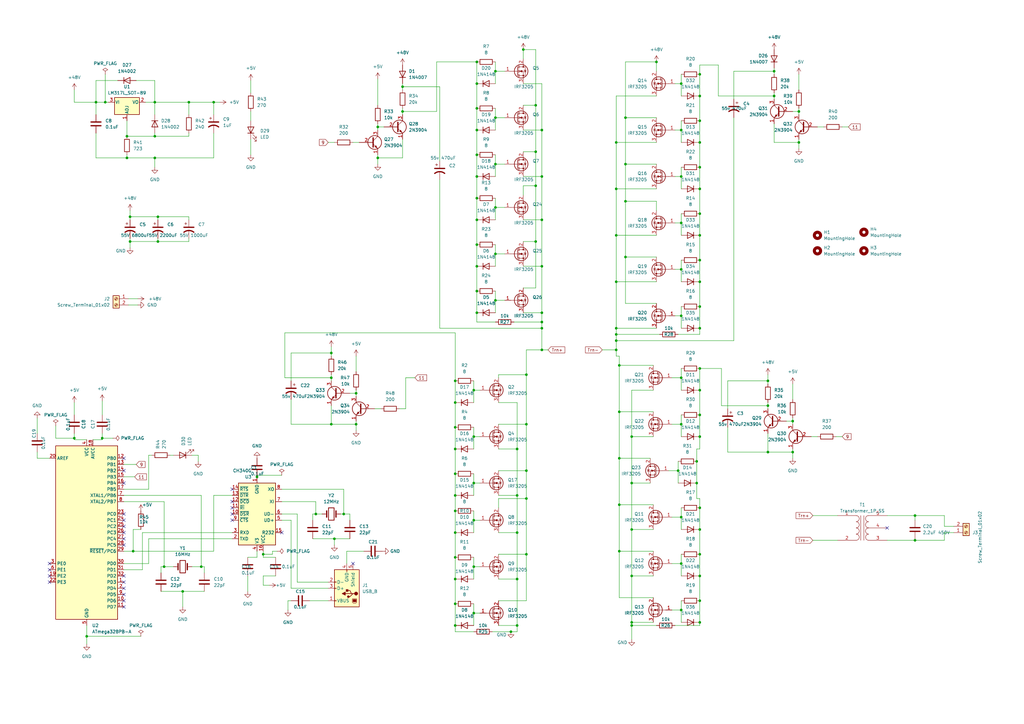
<source format=kicad_sch>
(kicad_sch (version 20230121) (generator eeschema)
  (paper "A3")
  (junction (at 222.25 53.34))
  (junction (at 252.73 143.51))
  (junction (at 154.94 52.07))
  (junction (at 54.61 226.06))
  (junction (at 64.77 99.06))
  (junction (at 165.1 35.56))
  (junction (at 77.47 41.91))
  (junction (at 186.69 256.54))
  (junction (at 314.96 166.37))
  (junction (at 269.24 25.4))
  (junction (at 186.69 228.6))
  (junction (at 287.02 68.58))
  (junction (at 43.18 41.91))
  (junction (at 212.09 203.2))
  (junction (at 67.31 232.41))
  (junction (at 285.75 189.23))
  (junction (at 287.02 49.53))
  (junction (at 222.25 109.22))
  (junction (at 222.25 128.27))
  (junction (at 186.69 209.55))
  (junction (at 222.25 72.39))
  (junction (at 212.09 256.54))
  (junction (at 287.02 217.17))
  (junction (at 215.9 153.67))
  (junction (at 279.4 110.49))
  (junction (at 287.02 96.52))
  (junction (at 222.25 90.17))
  (junction (at 219.71 99.06))
  (junction (at 186.69 184.15))
  (junction (at 287.02 160.02))
  (junction (at 107.95 227.33))
  (junction (at 195.58 128.27))
  (junction (at 82.55 232.41))
  (junction (at 186.69 194.31))
  (junction (at 285.75 198.12))
  (junction (at 195.58 63.5))
  (junction (at 287.02 125.73))
  (junction (at 194.31 160.02))
  (junction (at 287.02 106.68))
  (junction (at 254 226.06))
  (junction (at 287.02 255.27))
  (junction (at 186.69 247.65))
  (junction (at 30.48 179.705))
  (junction (at 317.5 39.37))
  (junction (at 212.09 184.15))
  (junction (at 35.56 260.985))
  (junction (at 135.89 154.94))
  (junction (at 194.31 198.12))
  (junction (at 105.41 195.58))
  (junction (at 252.73 115.57))
  (junction (at 165.1 45.72))
  (junction (at 254 207.01))
  (junction (at 259.08 236.22))
  (junction (at 53.34 99.06))
  (junction (at 317.5 29.21))
  (junction (at 39.37 41.91))
  (junction (at 195.58 90.17))
  (junction (at 186.69 165.1))
  (junction (at 287.02 39.37))
  (junction (at 219.71 62.23))
  (junction (at 129.54 210.82))
  (junction (at 194.31 179.07))
  (junction (at 327.66 45.72))
  (junction (at 63.5 64.77))
  (junction (at 214.63 20.32))
  (junction (at 137.16 220.98))
  (junction (at 375.285 211.455))
  (junction (at 256.54 105.41))
  (junction (at 256.54 48.26))
  (junction (at 87.63 41.91))
  (junction (at 215.9 227.33))
  (junction (at 279.4 91.44))
  (junction (at 194.31 251.46))
  (junction (at 41.91 179.705))
  (junction (at 314.96 185.42))
  (junction (at 203.2 85.09))
  (junction (at 194.31 213.36))
  (junction (at 252.73 77.47))
  (junction (at 252.73 134.62))
  (junction (at 279.4 154.94))
  (junction (at 186.69 237.49))
  (junction (at 259.08 255.27))
  (junction (at 287.02 77.47))
  (junction (at 287.02 246.38))
  (junction (at 287.02 170.18))
  (junction (at 219.71 76.2))
  (junction (at 325.12 172.72))
  (junction (at 287.02 179.07))
  (junction (at 252.73 58.42))
  (junction (at 186.69 203.2))
  (junction (at 146.05 173.99))
  (junction (at 195.58 109.22))
  (junction (at 287.02 151.13))
  (junction (at 203.2 67.31))
  (junction (at 195.58 100.33))
  (junction (at 135.89 173.99))
  (junction (at 279.4 231.14))
  (junction (at 287.02 227.33))
  (junction (at 194.31 232.41))
  (junction (at 219.71 43.18))
  (junction (at 287.02 134.62))
  (junction (at 209.55 259.08))
  (junction (at 186.69 175.26))
  (junction (at 146.05 161.29))
  (junction (at 215.9 193.04))
  (junction (at 52.07 55.88))
  (junction (at 203.2 48.26))
  (junction (at 254 149.86))
  (junction (at 195.58 25.4))
  (junction (at 259.08 217.17))
  (junction (at 215.9 173.99))
  (junction (at 325.12 185.42))
  (junction (at 215.9 204.47))
  (junction (at 63.5 41.91))
  (junction (at 195.58 53.34))
  (junction (at 203.2 29.21))
  (junction (at 154.94 64.77))
  (junction (at 287.02 115.57))
  (junction (at 254 168.91))
  (junction (at 279.4 129.54))
  (junction (at 279.4 53.34))
  (junction (at 186.69 218.44))
  (junction (at 259.08 256.54))
  (junction (at 252.73 139.7))
  (junction (at 287.02 58.42))
  (junction (at 259.08 198.12))
  (junction (at 279.4 250.19))
  (junction (at 314.96 156.21))
  (junction (at 195.58 81.28))
  (junction (at 375.285 221.615))
  (junction (at 140.97 210.82))
  (junction (at 222.25 134.62))
  (junction (at 135.89 144.78))
  (junction (at 63.5 55.88))
  (junction (at 252.73 96.52))
  (junction (at 287.02 30.48))
  (junction (at 195.58 119.38))
  (junction (at 195.58 72.39))
  (junction (at 64.77 88.9))
  (junction (at 279.4 72.39))
  (junction (at 327.66 58.42))
  (junction (at 252.73 137.16))
  (junction (at 212.09 237.49))
  (junction (at 222.25 132.08))
  (junction (at 279.4 173.99))
  (junction (at 203.2 104.14))
  (junction (at 256.54 82.55))
  (junction (at 195.58 44.45))
  (junction (at 186.69 156.21))
  (junction (at 259.08 179.07))
  (junction (at 287.02 208.28))
  (junction (at 287.02 236.22))
  (junction (at 52.07 64.77))
  (junction (at 74.93 242.57))
  (junction (at 212.09 218.44))
  (junction (at 254 187.96))
  (junction (at 203.2 123.19))
  (junction (at 53.34 88.9))
  (junction (at 278.13 193.04))
  (junction (at 256.54 67.31))
  (junction (at 287.02 87.63))
  (junction (at 279.4 34.29))
  (junction (at 222.25 143.51))
  (junction (at 279.4 212.09))
  (junction (at 195.58 34.29))
  (no_connect (at 50.8 220.98))
  (no_connect (at 20.32 233.68))
  (no_connect (at 50.8 246.38))
  (no_connect (at 50.8 213.36))
  (no_connect (at 50.8 243.84))
  (no_connect (at 50.8 241.3))
  (no_connect (at 363.855 216.535))
  (no_connect (at 50.8 187.96))
  (no_connect (at 20.32 231.14))
  (no_connect (at 50.8 198.12))
  (no_connect (at 20.32 238.76))
  (no_connect (at 144.78 231.14))
  (no_connect (at 95.25 210.82))
  (no_connect (at 50.8 223.52))
  (no_connect (at 50.8 193.04))
  (no_connect (at 95.25 205.74))
  (no_connect (at 20.32 236.22))
  (no_connect (at 95.25 213.36))
  (no_connect (at 50.8 248.92))
  (no_connect (at 50.8 236.22))
  (no_connect (at 50.8 210.82))
  (no_connect (at 50.8 238.76))
  (no_connect (at 115.57 218.44))
  (no_connect (at 95.25 200.66))
  (no_connect (at 50.8 215.9))
  (no_connect (at 95.25 208.28))
  (no_connect (at 50.8 218.44))
  (wire (pts (xy 87.63 54.61) (xy 87.63 64.77)))
  (wire (pts (xy 214.63 34.29) (xy 222.25 34.29)))
  (wire (pts (xy 186.69 175.26) (xy 186.69 184.15)))
  (wire (pts (xy 154.94 52.07) (xy 154.94 53.34)))
  (wire (pts (xy 166.37 154.94) (xy 170.18 154.94)))
  (wire (pts (xy 129.54 205.74) (xy 129.54 210.82)))
  (wire (pts (xy 222.25 109.22) (xy 222.25 128.27)))
  (wire (pts (xy 317.5 29.21) (xy 317.5 30.48)))
  (wire (pts (xy 203.2 85.09) (xy 203.2 90.17)))
  (wire (pts (xy 269.24 124.46) (xy 256.54 124.46)))
  (wire (pts (xy 269.24 25.4) (xy 269.24 29.21)))
  (wire (pts (xy 287.02 151.13) (xy 295.91 151.13)))
  (wire (pts (xy 279.4 49.53) (xy 279.4 53.34)))
  (wire (pts (xy 137.16 220.98) (xy 137.16 223.52)))
  (wire (pts (xy 129.54 210.82) (xy 132.08 210.82)))
  (wire (pts (xy 30.48 180.34) (xy 30.48 179.705)))
  (wire (pts (xy 60.96 231.14) (xy 60.96 220.98)))
  (wire (pts (xy 66.04 232.41) (xy 66.04 234.95)))
  (wire (pts (xy 50.8 203.2) (xy 82.55 203.2)))
  (wire (pts (xy 204.47 246.38) (xy 215.9 246.38)))
  (wire (pts (xy 56.515 122.555) (xy 52.705 122.555)))
  (wire (pts (xy 219.71 76.2) (xy 219.71 99.06)))
  (wire (pts (xy 203.2 85.09) (xy 207.01 85.09)))
  (wire (pts (xy 252.73 96.52) (xy 252.73 115.57)))
  (wire (pts (xy 43.18 30.48) (xy 43.18 41.91)))
  (wire (pts (xy 300.99 29.21) (xy 317.5 29.21)))
  (wire (pts (xy 135.89 166.37) (xy 135.89 173.99)))
  (wire (pts (xy 195.58 63.5) (xy 195.58 72.39)))
  (wire (pts (xy 252.73 139.7) (xy 252.73 143.51)))
  (wire (pts (xy 279.4 246.38) (xy 279.4 250.19)))
  (wire (pts (xy 203.2 48.26) (xy 203.2 53.34)))
  (wire (pts (xy 287.02 30.48) (xy 287.02 39.37)))
  (wire (pts (xy 195.58 119.38) (xy 195.58 128.27)))
  (wire (pts (xy 77.47 90.17) (xy 77.47 88.9)))
  (wire (pts (xy 212.09 256.54) (xy 212.09 237.49)))
  (wire (pts (xy 194.31 232.41) (xy 194.31 237.49)))
  (wire (pts (xy 212.09 218.44) (xy 212.09 237.49)))
  (wire (pts (xy 279.4 231.14) (xy 279.4 236.22)))
  (wire (pts (xy 298.45 156.21) (xy 314.96 156.21)))
  (wire (pts (xy 256.54 48.26) (xy 256.54 25.4)))
  (wire (pts (xy 254 168.91) (xy 267.97 168.91)))
  (wire (pts (xy 287.02 208.28) (xy 287.02 217.17)))
  (wire (pts (xy 166.37 167.64) (xy 166.37 154.94)))
  (wire (pts (xy 204.47 237.49) (xy 212.09 237.49)))
  (wire (pts (xy 142.24 231.14) (xy 142.24 226.06)))
  (wire (pts (xy 180.34 35.56) (xy 180.34 66.04)))
  (wire (pts (xy 325.12 185.42) (xy 325.12 187.96)))
  (wire (pts (xy 279.4 173.99) (xy 275.59 173.99)))
  (wire (pts (xy 186.69 165.1) (xy 186.69 175.26)))
  (wire (pts (xy 154.94 64.77) (xy 154.94 67.31)))
  (wire (pts (xy 279.4 208.28) (xy 279.4 212.09)))
  (wire (pts (xy 317.5 39.37) (xy 317.5 40.64)))
  (wire (pts (xy 135.89 153.67) (xy 135.89 154.94)))
  (wire (pts (xy 222.25 72.39) (xy 222.25 90.17)))
  (wire (pts (xy 214.63 118.11) (xy 219.71 118.11)))
  (wire (pts (xy 102.87 45.72) (xy 102.87 49.53)))
  (wire (pts (xy 287.02 30.48) (xy 287.02 26.67)))
  (wire (pts (xy 195.58 25.4) (xy 195.58 34.29)))
  (wire (pts (xy 254 149.86) (xy 254 168.91)))
  (wire (pts (xy 314.96 165.1) (xy 314.96 166.37)))
  (wire (pts (xy 254 149.86) (xy 267.97 149.86)))
  (wire (pts (xy 87.63 64.77) (xy 63.5 64.77)))
  (wire (pts (xy 287.02 87.63) (xy 287.02 96.52)))
  (wire (pts (xy 77.47 88.9) (xy 64.77 88.9)))
  (wire (pts (xy 287.02 58.42) (xy 287.02 68.58)))
  (wire (pts (xy 327.66 58.42) (xy 327.66 60.96)))
  (wire (pts (xy 115.57 213.36) (xy 119.38 213.36)))
  (wire (pts (xy 186.69 136.525) (xy 186.69 156.21)))
  (wire (pts (xy 146.05 146.05) (xy 146.05 152.4)))
  (wire (pts (xy 204.47 203.2) (xy 212.09 203.2)))
  (wire (pts (xy 276.86 256.54) (xy 287.02 256.54)))
  (wire (pts (xy 180.34 134.62) (xy 180.34 73.66)))
  (wire (pts (xy 186.69 256.54) (xy 186.69 259.08)))
  (wire (pts (xy 222.25 132.08) (xy 222.25 128.27)))
  (wire (pts (xy 135.89 144.78) (xy 135.89 146.05)))
  (wire (pts (xy 256.54 105.41) (xy 256.54 124.46)))
  (wire (pts (xy 278.13 189.23) (xy 278.13 193.04)))
  (wire (pts (xy 107.95 240.03) (xy 110.49 240.03)))
  (wire (pts (xy 102.87 57.15) (xy 102.87 63.5)))
  (wire (pts (xy 287.02 208.28) (xy 287.02 204.47)))
  (wire (pts (xy 325.12 171.45) (xy 325.12 172.72)))
  (wire (pts (xy 15.24 171.45) (xy 15.24 177.8)))
  (wire (pts (xy 67.31 232.41) (xy 66.04 232.41)))
  (wire (pts (xy 254 226.06) (xy 254 245.11)))
  (wire (pts (xy 165.1 35.56) (xy 180.34 35.56)))
  (wire (pts (xy 279.4 151.13) (xy 279.4 154.94)))
  (wire (pts (xy 300.99 40.64) (xy 300.99 29.21)))
  (wire (pts (xy 335.28 179.07) (xy 332.74 179.07)))
  (wire (pts (xy 259.08 217.17) (xy 259.08 236.22)))
  (wire (pts (xy 269.24 48.26) (xy 256.54 48.26)))
  (wire (pts (xy 50.8 226.06) (xy 54.61 226.06)))
  (wire (pts (xy 195.58 128.27) (xy 195.58 132.08)))
  (wire (pts (xy 66.04 242.57) (xy 74.93 242.57)))
  (wire (pts (xy 63.5 54.61) (xy 63.5 55.88)))
  (wire (pts (xy 279.4 34.29) (xy 279.4 39.37)))
  (wire (pts (xy 287.02 49.53) (xy 287.02 58.42)))
  (wire (pts (xy 363.855 221.615) (xy 375.285 221.615)))
  (wire (pts (xy 203.2 29.21) (xy 207.01 29.21)))
  (wire (pts (xy 107.95 236.22) (xy 113.03 236.22)))
  (wire (pts (xy 102.87 33.02) (xy 102.87 38.1)))
  (wire (pts (xy 22.86 174.625) (xy 22.86 179.705)))
  (wire (pts (xy 146.05 172.72) (xy 146.05 173.99)))
  (wire (pts (xy 212.09 203.2) (xy 212.09 218.44)))
  (wire (pts (xy 363.855 211.455) (xy 375.285 211.455)))
  (wire (pts (xy 314.96 166.37) (xy 314.96 167.64)))
  (wire (pts (xy 154.94 50.8) (xy 154.94 52.07)))
  (wire (pts (xy 119.38 156.21) (xy 119.38 144.78)))
  (wire (pts (xy 285.75 184.15) (xy 287.02 184.15)))
  (wire (pts (xy 69.85 186.69) (xy 71.12 186.69)))
  (wire (pts (xy 375.285 221.615) (xy 375.285 220.98)))
  (wire (pts (xy 146.05 160.02) (xy 146.05 161.29)))
  (wire (pts (xy 287.02 151.13) (xy 287.02 160.02)))
  (wire (pts (xy 186.69 218.44) (xy 186.69 228.6)))
  (wire (pts (xy 203.2 104.14) (xy 207.01 104.14)))
  (wire (pts (xy 135.89 173.99) (xy 146.05 173.99)))
  (wire (pts (xy 325.12 172.72) (xy 322.58 172.72)))
  (wire (pts (xy 215.9 193.04) (xy 215.9 204.47)))
  (wire (pts (xy 254 207.01) (xy 267.97 207.01)))
  (wire (pts (xy 101.6 228.6) (xy 105.41 228.6)))
  (wire (pts (xy 212.09 203.2) (xy 212.09 184.15)))
  (wire (pts (xy 287.02 236.22) (xy 287.02 246.38)))
  (wire (pts (xy 179.07 45.72) (xy 179.07 25.4)))
  (wire (pts (xy 256.54 82.55) (xy 269.24 82.55)))
  (wire (pts (xy 204.47 204.47) (xy 204.47 208.28)))
  (wire (pts (xy 186.69 209.55) (xy 186.69 218.44)))
  (wire (pts (xy 195.58 109.22) (xy 195.58 119.38)))
  (wire (pts (xy 214.63 53.34) (xy 222.25 53.34)))
  (wire (pts (xy 194.31 209.55) (xy 194.31 213.36)))
  (wire (pts (xy 186.69 136.525) (xy 116.84 136.525)))
  (wire (pts (xy 259.08 255.27) (xy 259.08 236.22)))
  (wire (pts (xy 121.92 210.82) (xy 121.92 238.76)))
  (wire (pts (xy 287.02 170.18) (xy 287.02 179.07)))
  (wire (pts (xy 38.1 180.34) (xy 41.91 180.34)))
  (wire (pts (xy 259.08 256.54) (xy 269.24 256.54)))
  (wire (pts (xy 266.7 198.12) (xy 259.08 198.12)))
  (wire (pts (xy 83.82 232.41) (xy 83.82 234.95)))
  (wire (pts (xy 254 226.06) (xy 267.97 226.06)))
  (wire (pts (xy 22.86 179.705) (xy 30.48 179.705)))
  (wire (pts (xy 194.31 179.07) (xy 194.31 184.15)))
  (wire (pts (xy 63.5 55.88) (xy 77.47 55.88)))
  (wire (pts (xy 56.515 125.095) (xy 52.705 125.095)))
  (wire (pts (xy 285.75 189.23) (xy 285.75 184.15)))
  (wire (pts (xy 214.63 90.17) (xy 222.25 90.17)))
  (wire (pts (xy 186.69 194.31) (xy 186.69 203.2)))
  (wire (pts (xy 146.05 161.29) (xy 143.51 161.29)))
  (wire (pts (xy 279.4 53.34) (xy 279.4 58.42)))
  (wire (pts (xy 82.55 232.41) (xy 83.82 232.41)))
  (wire (pts (xy 50.8 200.66) (xy 60.96 200.66)))
  (wire (pts (xy 52.07 49.53) (xy 52.07 55.88)))
  (wire (pts (xy 294.64 39.37) (xy 317.5 39.37)))
  (wire (pts (xy 219.71 76.2) (xy 214.63 76.2)))
  (wire (pts (xy 186.69 228.6) (xy 186.69 237.49)))
  (wire (pts (xy 186.69 247.65) (xy 186.69 256.54)))
  (wire (pts (xy 194.31 213.36) (xy 194.31 218.44)))
  (wire (pts (xy 143.51 210.82) (xy 143.51 213.36)))
  (wire (pts (xy 58.42 233.68) (xy 58.42 218.44)))
  (wire (pts (xy 256.54 105.41) (xy 256.54 82.55)))
  (wire (pts (xy 298.45 175.26) (xy 298.45 185.42)))
  (wire (pts (xy 50.8 233.68) (xy 58.42 233.68)))
  (wire (pts (xy 256.54 48.26) (xy 256.54 67.31)))
  (wire (pts (xy 279.4 91.44) (xy 279.4 96.52)))
  (wire (pts (xy 194.31 175.26) (xy 194.31 179.07)))
  (wire (pts (xy 347.98 52.07) (xy 345.44 52.07)))
  (wire (pts (xy 77.47 41.91) (xy 87.63 41.91)))
  (wire (pts (xy 115.57 200.66) (xy 140.97 200.66)))
  (wire (pts (xy 165.1 45.72) (xy 179.07 45.72)))
  (wire (pts (xy 212.09 165.1) (xy 212.09 184.15)))
  (wire (pts (xy 215.9 153.67) (xy 215.9 143.51)))
  (wire (pts (xy 269.24 67.31) (xy 256.54 67.31)))
  (wire (pts (xy 214.63 72.39) (xy 222.25 72.39)))
  (wire (pts (xy 39.37 33.02) (xy 39.37 41.91)))
  (wire (pts (xy 254 168.91) (xy 254 187.96)))
  (wire (pts (xy 279.4 110.49) (xy 279.4 115.57)))
  (wire (pts (xy 87.63 41.91) (xy 87.63 46.99)))
  (wire (pts (xy 63.5 41.91) (xy 63.5 46.99)))
  (wire (pts (xy 204.47 256.54) (xy 212.09 256.54)))
  (wire (pts (xy 219.71 43.18) (xy 219.71 62.23)))
  (wire (pts (xy 247.015 143.51) (xy 252.73 143.51)))
  (wire (pts (xy 333.375 211.455) (xy 343.535 211.455)))
  (wire (pts (xy 50.8 205.74) (xy 67.31 205.74)))
  (wire (pts (xy 252.73 137.16) (xy 270.51 137.16)))
  (wire (pts (xy 256.54 67.31) (xy 256.54 82.55)))
  (wire (pts (xy 35.56 180.34) (xy 30.48 180.34)))
  (wire (pts (xy 30.48 179.705) (xy 30.48 177.8)))
  (wire (pts (xy 67.31 205.74) (xy 67.31 232.41)))
  (wire (pts (xy 203.2 63.5) (xy 203.2 67.31)))
  (wire (pts (xy 278.13 193.04) (xy 274.32 193.04)))
  (wire (pts (xy 278.13 137.16) (xy 287.02 137.16)))
  (wire (pts (xy 219.71 99.06) (xy 219.71 118.11)))
  (wire (pts (xy 119.38 246.38) (xy 118.11 246.38)))
  (wire (pts (xy 64.77 97.79) (xy 64.77 99.06)))
  (wire (pts (xy 204.47 218.44) (xy 212.09 218.44)))
  (wire (pts (xy 154.94 52.07) (xy 157.48 52.07)))
  (wire (pts (xy 119.38 163.83) (xy 119.38 173.99)))
  (wire (pts (xy 294.64 26.67) (xy 294.64 39.37)))
  (wire (pts (xy 252.73 77.47) (xy 252.73 58.42)))
  (wire (pts (xy 179.07 25.4) (xy 195.58 25.4)))
  (wire (pts (xy 204.47 227.33) (xy 215.9 227.33)))
  (wire (pts (xy 78.74 232.41) (xy 82.55 232.41)))
  (wire (pts (xy 135.89 142.24) (xy 135.89 144.78)))
  (wire (pts (xy 325.12 184.15) (xy 325.12 185.42)))
  (wire (pts (xy 107.95 228.6) (xy 113.03 228.6)))
  (wire (pts (xy 195.58 72.39) (xy 195.58 81.28)))
  (wire (pts (xy 287.02 134.62) (xy 287.02 137.16)))
  (wire (pts (xy 60.96 186.69) (xy 62.23 186.69)))
  (wire (pts (xy 391.16 218.44) (xy 387.35 218.44)))
  (wire (pts (xy 279.4 91.44) (xy 276.86 91.44)))
  (wire (pts (xy 254 187.96) (xy 254 207.01)))
  (wire (pts (xy 194.31 198.12) (xy 196.85 198.12)))
  (wire (pts (xy 154.94 63.5) (xy 154.94 64.77)))
  (wire (pts (xy 186.69 259.08) (xy 194.31 259.08)))
  (wire (pts (xy 194.31 179.07) (xy 196.85 179.07)))
  (wire (pts (xy 116.84 136.525) (xy 116.84 154.94)))
  (wire (pts (xy 194.31 251.46) (xy 196.85 251.46)))
  (wire (pts (xy 214.63 43.18) (xy 219.71 43.18)))
  (wire (pts (xy 127 246.38) (xy 134.62 246.38)))
  (wire (pts (xy 39.37 54.61) (xy 39.37 64.77)))
  (wire (pts (xy 71.12 232.41) (xy 67.31 232.41)))
  (wire (pts (xy 287.02 160.02) (xy 287.02 170.18)))
  (wire (pts (xy 214.63 128.27) (xy 222.25 128.27)))
  (wire (pts (xy 254 146.05) (xy 252.73 146.05)))
  (wire (pts (xy 267.97 179.07) (xy 259.08 179.07)))
  (wire (pts (xy 194.31 160.02) (xy 194.31 165.1)))
  (wire (pts (xy 252.73 39.37) (xy 252.73 58.42)))
  (wire (pts (xy 50.8 231.14) (xy 60.96 231.14)))
  (wire (pts (xy 201.93 259.08) (xy 209.55 259.08)))
  (wire (pts (xy 78.74 186.69) (xy 81.28 186.69)))
  (wire (pts (xy 219.71 62.23) (xy 219.71 76.2)))
  (wire (pts (xy 186.69 237.49) (xy 186.69 247.65)))
  (wire (pts (xy 387.35 211.455) (xy 375.285 211.455)))
  (wire (pts (xy 327.66 45.72) (xy 325.12 45.72)))
  (wire (pts (xy 215.9 227.33) (xy 215.9 246.38)))
  (wire (pts (xy 279.4 173.99) (xy 279.4 179.07)))
  (wire (pts (xy 87.63 203.2) (xy 87.63 226.06)))
  (wire (pts (xy 194.31 213.36) (xy 196.85 213.36)))
  (wire (pts (xy 298.45 185.42) (xy 314.96 185.42)))
  (wire (pts (xy 204.47 165.1) (xy 212.09 165.1)))
  (wire (pts (xy 345.44 179.07) (xy 342.9 179.07)))
  (wire (pts (xy 209.55 259.08) (xy 212.09 259.08)))
  (wire (pts (xy 317.5 38.1) (xy 317.5 39.37)))
  (wire (pts (xy 39.37 41.91) (xy 39.37 46.99)))
  (wire (pts (xy 195.58 53.34) (xy 195.58 63.5)))
  (wire (pts (xy 41.91 179.705) (xy 46.355 179.705)))
  (wire (pts (xy 252.73 134.62) (xy 269.24 134.62)))
  (wire (pts (xy 195.58 81.28) (xy 195.58 90.17)))
  (wire (pts (xy 252.73 77.47) (xy 252.73 96.52)))
  (wire (pts (xy 279.4 87.63) (xy 279.4 91.44)))
  (wire (pts (xy 146.05 161.29) (xy 146.05 162.56)))
  (wire (pts (xy 82.55 203.2) (xy 82.55 232.41)))
  (wire (pts (xy 300.99 48.26) (xy 300.99 139.7)))
  (wire (pts (xy 194.31 232.41) (xy 196.85 232.41)))
  (wire (pts (xy 118.11 246.38) (xy 118.11 250.19)))
  (wire (pts (xy 317.5 50.8) (xy 317.5 58.42)))
  (wire (pts (xy 53.34 97.79) (xy 53.34 99.06)))
  (wire (pts (xy 194.31 160.02) (xy 196.85 160.02)))
  (wire (pts (xy 204.47 193.04) (xy 215.9 193.04)))
  (wire (pts (xy 214.63 20.32) (xy 214.63 24.13)))
  (wire (pts (xy 279.4 250.19) (xy 275.59 250.19)))
  (wire (pts (xy 252.73 134.62) (xy 252.73 115.57)))
  (wire (pts (xy 214.63 62.23) (xy 219.71 62.23)))
  (wire (pts (xy 203.2 81.28) (xy 203.2 85.09)))
  (wire (pts (xy 285.75 198.12) (xy 285.75 204.47)))
  (wire (pts (xy 279.4 250.19) (xy 279.4 255.27)))
  (wire (pts (xy 194.31 228.6) (xy 194.31 232.41)))
  (wire (pts (xy 325.12 157.48) (xy 325.12 163.83)))
  (wire (pts (xy 119.38 173.99) (xy 135.89 173.99)))
  (wire (pts (xy 203.2 132.08) (xy 195.58 132.08)))
  (wire (pts (xy 267.97 160.02) (xy 259.08 160.02)))
  (wire (pts (xy 279.4 129.54) (xy 279.4 134.62)))
  (wire (pts (xy 115.57 205.74) (xy 129.54 205.74)))
  (wire (pts (xy 142.24 226.06) (xy 149.225 226.06)))
  (wire (pts (xy 327.66 30.48) (xy 327.66 36.83)))
  (wire (pts (xy 119.38 144.78) (xy 135.89 144.78)))
  (wire (pts (xy 287.02 217.17) (xy 287.02 227.33)))
  (wire (pts (xy 165.1 64.77) (xy 154.94 64.77)))
  (wire (pts (xy 287.02 246.38) (xy 287.02 255.27)))
  (wire (pts (xy 64.77 88.9) (xy 53.34 88.9)))
  (wire (pts (xy 63.5 64.77) (xy 52.07 64.77)))
  (wire (pts (xy 137.16 220.98) (xy 143.51 220.98)))
  (wire (pts (xy 279.4 72.39) (xy 279.4 77.47)))
  (wire (pts (xy 77.47 99.06) (xy 64.77 99.06)))
  (wire (pts (xy 186.69 156.21) (xy 186.69 165.1)))
  (wire (pts (xy 203.2 123.19) (xy 207.01 123.19)))
  (wire (pts (xy 186.69 184.15) (xy 186.69 194.31)))
  (wire (pts (xy 203.2 123.19) (xy 203.2 128.27)))
  (wire (pts (xy 215.9 153.67) (xy 215.9 173.99)))
  (wire (pts (xy 154.94 32.385) (xy 154.94 43.18)))
  (wire (pts (xy 165.1 45.72) (xy 165.1 46.99)))
  (wire (pts (xy 128.27 220.98) (xy 137.16 220.98)))
  (wire (pts (xy 203.2 67.31) (xy 207.01 67.31)))
  (wire (pts (xy 269.24 105.41) (xy 256.54 105.41)))
  (wire (pts (xy 52.07 55.88) (xy 63.5 55.88)))
  (wire (pts (xy 327.66 44.45) (xy 327.66 45.72)))
  (wire (pts (xy 269.24 58.42) (xy 252.73 58.42)))
  (wire (pts (xy 259.08 160.02) (xy 259.08 179.07)))
  (wire (pts (xy 287.02 255.27) (xy 287.02 256.54)))
  (wire (pts (xy 15.24 185.42) (xy 15.24 187.96)))
  (wire (pts (xy 285.75 204.47) (xy 287.02 204.47)))
  (wire (pts (xy 63.5 33.02) (xy 63.5 41.91)))
  (wire (pts (xy 285.75 189.23) (xy 285.75 198.12)))
  (wire (pts (xy 87.63 226.06) (xy 54.61 226.06)))
  (wire (pts (xy 116.84 154.94) (xy 135.89 154.94)))
  (wire (pts (xy 279.4 125.73) (xy 279.4 129.54)))
  (wire (pts (xy 105.41 226.06) (xy 105.41 228.6)))
  (wire (pts (xy 60.96 220.98) (xy 95.25 220.98)))
  (wire (pts (xy 81.28 186.69) (xy 81.28 189.23)))
  (wire (pts (xy 39.37 64.77) (xy 52.07 64.77)))
  (wire (pts (xy 64.77 90.17) (xy 64.77 88.9)))
  (wire (pts (xy 53.34 86.36) (xy 53.34 88.9)))
  (wire (pts (xy 269.24 82.55) (xy 269.24 86.36)))
  (wire (pts (xy 295.91 151.13) (xy 295.91 166.37)))
  (wire (pts (xy 204.47 153.67) (xy 215.9 153.67)))
  (wire (pts (xy 30.48 41.91) (xy 39.37 41.91)))
  (wire (pts (xy 269.24 115.57) (xy 252.73 115.57)))
  (wire (pts (xy 115.57 194.945) (xy 105.41 194.945)))
  (wire (pts (xy 195.58 44.45) (xy 195.58 53.34)))
  (wire (pts (xy 203.2 104.14) (xy 203.2 109.22)))
  (wire (pts (xy 214.63 76.2) (xy 214.63 80.01)))
  (wire (pts (xy 314.96 177.8) (xy 314.96 185.42)))
  (wire (pts (xy 203.2 100.33) (xy 203.2 104.14)))
  (wire (pts (xy 35.56 260.985) (xy 57.785 260.985)))
  (wire (pts (xy 194.31 247.65) (xy 194.31 251.46)))
  (wire (pts (xy 287.02 125.73) (xy 287.02 134.62)))
  (wire (pts (xy 140.97 200.66) (xy 140.97 210.82)))
  (wire (pts (xy 222.25 132.08) (xy 222.25 134.62)))
  (wire (pts (xy 119.38 241.3) (xy 134.62 241.3)))
  (wire (pts (xy 119.38 213.36) (xy 119.38 241.3)))
  (wire (pts (xy 375.285 211.455) (xy 375.285 213.36)))
  (wire (pts (xy 279.4 129.54) (xy 276.86 129.54)))
  (wire (pts (xy 121.92 238.76) (xy 134.62 238.76)))
  (wire (pts (xy 203.2 25.4) (xy 203.2 29.21)))
  (wire (pts (xy 74.93 242.57) (xy 74.93 248.92)))
  (wire (pts (xy 252.73 137.16) (xy 252.73 139.7)))
  (wire (pts (xy 53.34 99.06) (xy 53.34 101.6)))
  (wire (pts (xy 279.4 34.29) (xy 276.86 34.29)))
  (wire (pts (xy 333.375 221.615) (xy 343.535 221.615)))
  (wire (pts (xy 279.4 30.48) (xy 279.4 34.29)))
  (wire (pts (xy 259.08 256.54) (xy 259.08 262.255)))
  (wire (pts (xy 215.9 204.47) (xy 215.9 227.33)))
  (wire (pts (xy 165.1 44.45) (xy 165.1 45.72)))
  (wire (pts (xy 54.61 217.17) (xy 57.785 217.17)))
  (wire (pts (xy 252.73 143.51) (xy 252.73 146.05)))
  (wire (pts (xy 77.47 54.61) (xy 77.47 55.88)))
  (wire (pts (xy 54.61 226.06) (xy 54.61 217.17)))
  (wire (pts (xy 63.5 64.77) (xy 63.5 68.58)))
  (wire (pts (xy 267.97 217.17) (xy 259.08 217.17)))
  (wire (pts (xy 87.63 41.91) (xy 90.17 41.91)))
  (wire (pts (xy 279.4 231.14) (xy 275.59 231.14)))
  (wire (pts (xy 287.02 227.33) (xy 287.02 236.22)))
  (wire (pts (xy 95.25 203.2) (xy 87.63 203.2)))
  (wire (pts (xy 267.97 255.27) (xy 259.08 255.27)))
  (wire (pts (xy 222.25 134.62) (xy 180.34 134.62)))
  (wire (pts (xy 287.02 96.52) (xy 287.02 106.68)))
  (wire (pts (xy 35.56 256.54) (xy 35.56 260.985)))
  (wire (pts (xy 194.31 156.21) (xy 194.31 160.02)))
  (wire (pts (xy 43.18 41.91) (xy 44.45 41.91)))
  (wire (pts (xy 194.31 198.12) (xy 194.31 203.2)))
  (wire (pts (xy 128.27 210.82) (xy 129.54 210.82)))
  (wire (pts (xy 64.77 99.06) (xy 53.34 99.06)))
  (wire (pts (xy 287.02 115.57) (xy 287.02 125.73)))
  (wire (pts (xy 254 149.86) (xy 254 146.05)))
  (wire (pts (xy 279.4 53.34) (xy 276.86 53.34)))
  (wire (pts (xy 327.66 57.15) (xy 327.66 58.42)))
  (wire (pts (xy 222.25 34.29) (xy 222.25 53.34)))
  (wire (pts (xy 219.71 20.32) (xy 219.71 43.18)))
  (wire (pts (xy 50.8 195.58) (xy 55.245 195.58)))
  (wire (pts (xy 74.93 242.57) (xy 83.82 242.57)))
  (wire (pts (xy 214.63 109.22) (xy 222.25 109.22)))
  (wire (pts (xy 259.08 179.07) (xy 259.08 198.12)))
  (wire (pts (xy 387.35 221.615) (xy 375.285 221.615)))
  (wire (pts (xy 134.62 58.42) (xy 137.16 58.42)))
  (wire (pts (xy 325.12 172.72) (xy 325.12 173.99)))
  (wire (pts (xy 60.96 200.66) (xy 60.96 186.69)))
  (wire (pts (xy 317.5 27.94) (xy 317.5 29.21)))
  (wire (pts (xy 156.21 167.64) (xy 153.67 167.64)))
  (wire (pts (xy 203.2 119.38) (xy 203.2 123.19)))
  (wire (pts (xy 186.69 203.2) (xy 186.69 209.55)))
  (wire (pts (xy 203.2 29.21) (xy 203.2 34.29)))
  (wire (pts (xy 279.4 170.18) (xy 279.4 173.99)))
  (wire (pts (xy 111.76 226.06) (xy 111.76 227.33)))
  (wire (pts (xy 166.37 167.64) (xy 163.83 167.64)))
  (wire (pts (xy 314.96 156.21) (xy 314.96 157.48)))
  (wire (pts (xy 278.13 193.04) (xy 278.13 198.12)))
  (wire (pts (xy 254 245.11) (xy 267.97 245.11)))
  (wire (pts (xy 105.41 194.945) (xy 105.41 195.58)))
  (wire (pts (xy 194.31 194.31) (xy 194.31 198.12)))
  (wire (pts (xy 144.78 58.42) (xy 147.32 58.42)))
  (wire (pts (xy 111.76 227.33) (xy 107.95 227.33)))
  (wire (pts (xy 30.48 165.1) (xy 30.48 170.18)))
  (wire (pts (xy 391.16 215.9) (xy 387.35 215.9)))
  (wire (pts (xy 267.97 236.22) (xy 259.08 236.22)))
  (wire (pts (xy 48.26 33.02) (xy 39.37 33.02)))
  (wire (pts (xy 295.91 166.37) (xy 314.96 166.37)))
  (wire (pts (xy 287.02 68.58) (xy 287.02 77.47)))
  (wire (pts (xy 203.2 67.31) (xy 203.2 72.39)))
  (wire (pts (xy 287.02 26.67) (xy 294.64 26.67)))
  (wire (pts (xy 50.8 190.5) (xy 55.88 190.5)))
  (wire (pts (xy 222.25 90.17) (xy 222.25 109.22)))
  (wire (pts (xy 279.4 212.09) (xy 275.59 212.09)))
  (wire (pts (xy 314.96 185.42) (xy 325.12 185.42)))
  (wire (pts (xy 279.4 68.58) (xy 279.4 72.39)))
  (wire (pts (xy 101.6 236.22) (xy 101.6 242.57)))
  (wire (pts (xy 298.45 167.64) (xy 298.45 156.21)))
  (wire (pts (xy 254 187.96) (xy 266.7 187.96)))
  (wire (pts (xy 269.24 77.47) (xy 252.73 77.47)))
  (wire (pts (xy 115.57 210.82) (xy 121.92 210.82)))
  (wire (pts (xy 128.27 213.36) (xy 128.27 210.82)))
  (wire (pts (xy 77.47 97.79) (xy 77.47 99.06)))
  (wire (pts (xy 52.07 64.77) (xy 52.07 63.5)))
  (wire (pts (xy 203.2 44.45) (xy 203.2 48.26)))
  (wire (pts (xy 287.02 77.47) (xy 287.02 87.63)))
  (wire (pts (xy 252.73 139.7) (xy 300.99 139.7)))
  (wire (pts (xy 287.02 179.07) (xy 287.02 184.15)))
  (wire (pts (xy 259.08 256.54) (xy 259.08 255.27)))
  (wire (pts (xy 165.1 35.56) (xy 165.1 36.83)))
  (wire (pts (xy 210.82 132.08) (xy 222.25 132.08)))
  (wire (pts (xy 30.48 36.83) (xy 30.48 41.91)))
  (wire (pts (xy 279.4 106.68) (xy 279.4 110.49)))
  (wire (pts (xy 387.35 218.44) (xy 387.35 221.615)))
  (wire (pts (xy 279.4 227.33) (xy 279.4 231.14)))
  (wire (pts (xy 165.1 34.29) (xy 165.1 35.56)))
  (wire (pts (xy 215.9 143.51) (xy 222.25 143.51)))
  (wire (pts (xy 107.95 226.06) (xy 107.95 227.33)))
  (wire (pts (xy 140.97 210.82) (xy 143.51 210.82)))
  (wire (pts (xy 254 207.01) (xy 254 226.06)))
  (wire (pts (xy 113.665 226.06) (xy 111.76 226.06)))
  (wire (pts (xy 252.73 137.16) (xy 252.73 134.62)))
  (wire (pts (xy 204.47 173.99) (xy 215.9 173.99)))
  (wire (pts (xy 204.47 184.15) (xy 212.09 184.15)))
  (wire (pts (xy 279.4 154.94) (xy 275.59 154.94)))
  (wire (pts (xy 53.34 88.9) (xy 53.34 90.17)))
  (wire (pts (xy 259.08 198.12) (xy 259.08 217.17)))
  (wire (pts (xy 195.58 90.17) (xy 195.58 100.33)))
  (wire (pts (xy 55.88 33.02) (xy 63.5 33.02)))
  (wire (pts (xy 194.31 251.46) (xy 194.31 256.54)))
  (wire (pts (xy 35.56 260.985) (xy 35.56 264.16)))
  (wire (pts (xy 195.58 34.29) (xy 195.58 44.45)))
  (wire (pts (xy 41.91 180.34) (xy 41.91 179.705)))
  (wire (pts (xy 165.1 57.15) (xy 165.1 64.77)))
  (wire (pts (xy 222.25 143.51) (xy 224.79 143.51)))
  (wire (pts (xy 77.47 41.91) (xy 77.47 46.99)))
  (wire (pts (xy 146.05 173.99) (xy 146.05 176.53)))
  (wire (pts (xy 204.47 153.67) (xy 204.47 154.94)))
  (wire (pts (xy 337.82 52.07) (xy 335.28 52.07)))
  (wire (pts (xy 41.91 179.705) (xy 41.91 177.8)))
  (wire (pts (xy 327.66 45.72) (xy 327.66 46.99)))
  (wire (pts (xy 387.35 215.9) (xy 387.35 211.455)))
  (wire (pts (xy 269.24 39.37) (xy 252.73 39.37)))
  (wire (pts (xy 279.4 110.49) (xy 276.86 110.49)))
  (wire (pts (xy 219.71 20.32) (xy 214.63 20.32)))
  (wire (pts (xy 139.7 210.82) (xy 140.97 210.82)))
  (wire (pts (xy 222.25 53.34) (xy 222.25 72.39)))
  (wire (pts (xy 39.37 41.91) (xy 43.18 41.91)))
  (wire (pts (xy 195.58 100.33) (xy 195.58 109.22)))
  (wire (pts (xy 269.24 96.52) (xy 252.73 96.52)))
  (wire (pts (xy 58.42 218.44) (xy 95.25 218.44)))
  (wire (pts (xy 215.9 204.47) (xy 204.47 204.47)))
  (wire (pts (xy 287.02 39.37) (xy 287.02 49.53)))
  (wire (pts (xy 279.4 154.94) (xy 279.4 160.02)))
  (wire (pts (xy 287.02 106.68) (xy 287.02 115.57)))
  (wire (pts (xy 15.24 187.96) (xy 20.32 187.96)))
  (wire (pts (xy 63.5 41.91) (xy 77.47 41.91)))
  (wire (pts (xy 256.54 25.4) (xy 269.24 25.4)))
  (wire (pts (xy 107.95 236.22) (xy 107.95 240.03)))
  (wire (pts (xy 317.5 58.42) (xy 327.66 58.42)))
  (wire (pts (xy 59.69 41.91) (xy 63.5 41.91)))
  (wire (pts (xy 314.96 153.67) (xy 314.96 156.21)))
  (wire (pts (xy 203.2 48.26) (xy 207.01 48.26)))
  (wire (pts (xy 222.25 143.51) (xy 222.25 134.62)))
  (wire (pts (xy 41.91 164.465) (xy 41.91 170.18)))
  (wire (pts (xy 212.09 259.08) (xy 212.09 256.54)))
  (wire (pts (xy 214.63 99.06) (xy 219.71 99.06)))
  (wire (pts (xy 107.95 227.33) (xy 107.95 228.6)))
  (wire (pts (xy 279.4 212.09) (xy 279.4 217.17)))
  (wire (pts (xy 135.89 154.94) (xy 135.89 156.21)))
  (wire (pts (xy 215.9 173.99) (xy 215.9 193.04)))
  (wire (pts (xy 279.4 72.39) (xy 276.86 72.39)))
  (global_label "Trn-" (shape input) (at 247.015 143.51 180) (property "Intersheetrefs" "${INTERSHEET_REFS}" (effects hide)))
  (global_label "Trn+" (shape input) (at 333.375 211.455 180) (property "Intersheetrefs" "${INTERSHEET_REFS}" (effects hide)))
  (global_label "11" (shape input) (at 347.98 52.07 0) (property "Intersheetrefs" "${INTERSHEET_REFS}" (effects hide)))
  (global_label "Trn-" (shape input) (at 333.375 221.615 180) (property "Intersheetrefs" "${INTERSHEET_REFS}" (effects hide)))
  (global_label "Trn+" (shape input) (at 224.79 143.51 0) (property "Intersheetrefs" "${INTERSHEET_REFS}" (effects hide)))
  (global_label "11" (shape input) (at 55.245 195.58 0) (property "Intersheetrefs" "${INTERSHEET_REFS}" (effects hide)))
  (global_label "9" (shape input) (at 55.88 190.5 0) (property "Intersheetrefs" "${INTERSHEET_REFS}" (effects hide)))
  (global_label "11" (shape input) (at 170.18 154.94 0) (property "Intersheetrefs" "${INTERSHEET_REFS}" (effects hide)))
  (global_label "9" (shape input) (at 345.44 179.07 0) (property "Intersheetrefs" "${INTERSHEET_REFS}" (effects hide)))
  (global_label "9" (shape input) (at 134.62 58.42 180) (property "Intersheetrefs" "${INTERSHEET_REFS}" (effects hide)))
  (symbol (lib_id "Diode:1N4002") (at 52.07 33.02 0) (unit 1)
    (property "Reference" "D27" (at 52.07 26.67 0))
    (property "Value" "1N4002" (at 52.07 29.21 0))
    (property "Footprint" "Diode_THT:D_DO-41_SOD81_P10.16mm_Horizontal" (effects hide))
    (property "Datasheet" "http://www.vishay.com/docs/88503/1n4001.pdf" (effects hide))
    (property "Sim.Device" "D" (effects hide))
    (property "Sim.Pins" "1=K 2=A" (effects hide))
  )
  (symbol (lib_id "Device:R") (at 190.5 194.31 90) (unit 1)
    (property "Reference" "R6" (at 190.5 187.96 90))
    (property "Value" "8" (at 190.5 190.5 90))
    (property "Footprint" "Resistor_THT:R_Axial_DIN0309_L9.0mm_D3.2mm_P15.24mm_Horizontal" (effects hide))
  )
  (symbol (lib_id "Device:R") (at 190.5 228.6 90) (unit 1)
    (property "Reference" "R11" (at 190.5 222.25 90))
    (property "Value" "8" (at 190.5 224.79 90))
    (property "Footprint" "Resistor_THT:R_Axial_DIN0309_L9.0mm_D3.2mm_P15.24mm_Horizontal" (effects hide))
  )
  (symbol (lib_name "GND_17") (lib_id "power:GND") (at 56.515 125.095 90) (unit 1)
    (property "Reference" "#PWR041" (effects hide))
    (property "Value" "GND" (at 60.325 125.095 90) (effects (justify right)))
  )
  (symbol (lib_id "Device:R") (at 283.21 170.18 270) (mirror x) (unit 1)
    (property "Reference" "R30" (at 283.21 163.83 90))
    (property "Value" "8" (at 283.21 166.37 90))
    (property "Footprint" "Resistor_THT:R_Axial_DIN0309_L9.0mm_D3.2mm_P15.24mm_Horizontal" (effects hide))
  )
  (symbol (lib_name "IRF3205_6") (lib_id "Transistor_FET:IRF3205") (at 271.78 129.54 0) (mirror y) (unit 1)
    (property "Reference" "Q20" (at 265.43 128.2699 0) (effects (justify left)))
    (property "Value" "IRF3205" (at 265.43 130.8099 0) (effects (justify left)))
    (property "Footprint" "Package_TO_SOT_THT:TO-220-3_Vertical" (effects hide))
    (property "Datasheet" "http://www.irf.com/product-info/datasheets/data/irf3205.pdf" (effects hide))
  )
  (symbol (lib_id "Device:C") (at 30.48 173.99 0) (unit 1)
    (property "Reference" "C18" (at 34.29 173.99 90))
    (property "Value" "0.1uF" (at 27.94 173.99 90))
    (property "Footprint" "Capacitor_THT:C_Radial_D6.3mm_H7.0mm_P2.50mm" (effects hide))
  )
  (symbol (lib_name "GND_2") (lib_id "power:GND") (at 325.12 187.96 0) (mirror y) (unit 1)
    (property "Reference" "#PWR011" (effects hide))
    (property "Value" "GND" (at 325.12 193.04 0))
  )
  (symbol (lib_name "IRF3205_7") (lib_id "Transistor_FET:IRF3205") (at 270.51 250.19 0) (mirror y) (unit 1)
    (property "Reference" "Q13" (at 264.16 248.9199 0) (effects (justify left)))
    (property "Value" "IRF3205" (at 264.16 251.4599 0) (effects (justify left)))
    (property "Footprint" "Package_TO_SOT_THT:TO-220-3_Vertical" (effects hide))
    (property "Datasheet" "http://www.irf.com/product-info/datasheets/data/irf3205.pdf" (effects hide))
  )
  (symbol (lib_id "Device:C_Polarized_US") (at 300.99 44.45 0) (mirror y) (unit 1)
    (property "Reference" "C4" (at 304.8 42.545 0) (effects (justify right)))
    (property "Value" "55v 470uF" (at 295.91 44.45 0) (effects (justify right)))
    (property "Footprint" "Capacitor_THT:CP_Radial_D6.3mm_P2.50mm" (effects hide))
  )
  (symbol (lib_id "Device:R") (at 77.47 50.8 0) (unit 1)
    (property "Reference" "R42" (at 80.01 49.53 0) (effects (justify left)))
    (property "Value" "240" (at 80.01 52.07 0) (effects (justify left)))
    (property "Footprint" "Resistor_THT:R_Axial_DIN0207_L6.3mm_D2.5mm_P10.16mm_Horizontal" (effects hide))
  )
  (symbol (lib_id "Mechanical:MountingHole") (at 354.33 95.25 0) (unit 1)
    (property "Reference" "H4" (at 356.87 93.98 0) (effects (justify left)))
    (property "Value" "MountingHole" (at 356.87 96.52 0) (effects (justify left)))
    (property "Footprint" "MountingHole:MountingHole_2.2mm_M2" (effects hide))
  )
  (symbol (lib_name "1N4148_1") (lib_id "Diode:1N4148") (at 190.5 237.49 0) (unit 1)
    (property "Reference" "D9" (at 190.5 231.775 0))
    (property "Value" "1N4148" (at 190.5 234.315 0))
    (property "Footprint" "Diode_THT:D_DO-35_SOD27_P7.62mm_Horizontal" (effects hide))
    (property "Datasheet" "https://assets.nexperia.com/documents/data-sheet/1N4148_1N4448.pdf" (effects hide))
    (property "Sim.Device" "D" (effects hide))
    (property "Sim.Pins" "1=K 2=A" (effects hide))
  )
  (symbol (lib_name "GND_15") (lib_id "power:GND") (at 137.16 223.52 0) (unit 1)
    (property "Reference" "#PWR026" (effects hide))
    (property "Value" "GND" (at 137.16 228.6 0))
  )
  (symbol (lib_name "IRF3205_15") (lib_id "Transistor_FET:IRF3205") (at 201.93 213.36 0) (unit 1)
    (property "Reference" "Q8" (at 208.28 212.0899 0) (effects (justify left)))
    (property "Value" "IRF3205" (at 208.28 214.6299 0) (effects (justify left)))
    (property "Footprint" "Package_TO_SOT_THT:TO-220-3_Vertical" (effects hide))
    (property "Datasheet" "http://www.irf.com/product-info/datasheets/data/irf3205.pdf" (effects hide))
  )
  (symbol (lib_name "+5V_10") (lib_id "power:+5V") (at 102.87 33.02 0) (unit 1)
    (property "Reference" "#PWR021" (effects hide))
    (property "Value" "+5V" (at 102.87 27.94 0))
  )
  (symbol (lib_name "GND_19") (lib_id "power:GND") (at 63.5 68.58 0) (unit 1)
    (property "Reference" "#PWR022" (effects hide))
    (property "Value" "GND" (at 63.5 73.66 0))
  )
  (symbol (lib_id "Device:R") (at 339.09 179.07 270) (mirror x) (unit 1)
    (property "Reference" "R37" (at 339.09 172.72 90))
    (property "Value" "200" (at 339.09 175.26 90))
    (property "Footprint" "Resistor_THT:R_Axial_DIN0207_L6.3mm_D2.5mm_P10.16mm_Horizontal" (effects hide))
  )
  (symbol (lib_id "Device:R") (at 327.66 40.64 0) (mirror y) (unit 1)
    (property "Reference" "R39" (at 325.12 39.3699 0) (effects (justify left)))
    (property "Value" "10k" (at 325.12 41.9099 0) (effects (justify left)))
    (property "Footprint" "Resistor_THT:R_Axial_DIN0309_L9.0mm_D3.2mm_P15.24mm_Horizontal" (effects hide))
  )
  (symbol (lib_id "Device:R") (at 52.07 59.69 180) (unit 1)
    (property "Reference" "R41" (at 54.61 58.42 0) (effects (justify right)))
    (property "Value" "723" (at 54.61 60.96 0) (effects (justify right)))
    (property "Footprint" "Resistor_THT:R_Axial_DIN0207_L6.3mm_D2.5mm_P10.16mm_Horizontal" (effects hide))
  )
  (symbol (lib_name "1N4148_1") (lib_id "Diode:1N4148") (at 283.21 115.57 180) (unit 1)
    (property "Reference" "D34" (at 283.21 109.22 0))
    (property "Value" "1N4148" (at 283.21 111.76 0))
    (property "Footprint" "Diode_THT:D_DO-35_SOD27_P7.62mm_Horizontal" (effects hide))
    (property "Datasheet" "https://assets.nexperia.com/documents/data-sheet/1N4148_1N4448.pdf" (effects hide))
    (property "Sim.Device" "D" (effects hide))
    (property "Sim.Pins" "1=K 2=A" (effects hide))
  )
  (symbol (lib_id "Device:C") (at 66.04 238.76 0) (unit 1)
    (property "Reference" "C12" (at 69.85 237.49 0) (effects (justify left)))
    (property "Value" "22pF" (at 69.85 240.03 0) (effects (justify left)))
    (property "Footprint" "Capacitor_THT:C_Disc_D3.8mm_W2.6mm_P2.50mm" (effects hide))
  )
  (symbol (lib_name "IRF3205_14") (lib_id "Transistor_FET:IRF3205") (at 201.93 232.41 0) (unit 1)
    (property "Reference" "Q9" (at 208.28 231.1399 0) (effects (justify left)))
    (property "Value" "IRF3205" (at 208.28 233.6799 0) (effects (justify left)))
    (property "Footprint" "Package_TO_SOT_THT:TO-220-3_Vertical" (effects hide))
    (property "Datasheet" "http://www.irf.com/product-info/datasheets/data/irf3205.pdf" (effects hide))
  )
  (symbol (lib_id "Connector:Screw_Terminal_01x02") (at 396.24 218.44 0) (mirror x) (unit 1)
    (property "Reference" "J3" (at 398.78 218.44 0) (effects (justify left)))
    (property "Value" "Screw_Terminal_01x02" (at 401.955 209.55 90) (effects (justify left)))
    (property "Footprint" "TerminalBlock_Phoenix:TerminalBlock_Phoenix_MKDS-3-2-5.08_1x02_P5.08mm_Horizontal" (effects hide))
  )
  (symbol (lib_name "1N4148_1") (lib_id "Diode:1N4148") (at 283.21 77.47 180) (unit 1)
    (property "Reference" "D31" (at 283.21 71.12 0))
    (property "Value" "1N4148" (at 283.21 73.66 0))
    (property "Footprint" "Diode_THT:D_DO-35_SOD27_P7.62mm_Horizontal" (effects hide))
    (property "Datasheet" "https://assets.nexperia.com/documents/data-sheet/1N4148_1N4448.pdf" (effects hide))
    (property "Sim.Device" "D" (effects hide))
    (property "Sim.Pins" "1=K 2=A" (effects hide))
  )
  (symbol (lib_name "+5V_8") (lib_id "power:+5V") (at 110.49 240.03 270) (unit 1)
    (property "Reference" "#PWR028" (effects hide))
    (property "Value" "+5V" (at 113.03 240.03 90) (effects (justify left)))
  )
  (symbol (lib_id "Device:R") (at 199.39 100.33 90) (unit 1)
    (property "Reference" "R23" (at 199.39 93.98 90))
    (property "Value" "8" (at 199.39 96.52 90))
    (property "Footprint" "Resistor_THT:R_Axial_DIN0309_L9.0mm_D3.2mm_P15.24mm_Horizontal" (effects hide))
  )
  (symbol (lib_id "Device:C") (at 113.03 232.41 180) (unit 1)
    (property "Reference" "C14" (at 110.49 232.41 0) (effects (justify right)))
    (property "Value" "0.1uF" (at 115.57 232.41 0) (effects (justify right)))
    (property "Footprint" "Capacitor_THT:C_Radial_D6.3mm_H7.0mm_P2.50mm" (effects hide))
  )
  (symbol (lib_name "1N4148_1") (lib_id "Diode:1N4148") (at 283.21 134.62 180) (unit 1)
    (property "Reference" "D35" (at 283.21 128.27 0))
    (property "Value" "1N4148" (at 283.21 130.81 0))
    (property "Footprint" "Diode_THT:D_DO-35_SOD27_P7.62mm_Horizontal" (effects hide))
    (property "Datasheet" "https://assets.nexperia.com/documents/data-sheet/1N4148_1N4448.pdf" (effects hide))
    (property "Sim.Device" "D" (effects hide))
    (property "Sim.Pins" "1=K 2=A" (effects hide))
  )
  (symbol (lib_id "Transistor_BJT:2N3904") (at 320.04 45.72 0) (mirror y) (unit 1)
    (property "Reference" "Q31" (at 314.96 44.4499 0) (effects (justify left)))
    (property "Value" "2N3904" (at 314.96 46.9899 0) (effects (justify left)))
    (property "Footprint" "Package_TO_SOT_THT:TO-92_Inline_Wide" (effects hide))
    (property "Datasheet" "https://www.onsemi.com/pub/Collateral/2N3903-D.PDF" (effects hide))
  )
  (symbol (lib_name "1N4148_1") (lib_id "Diode:1N4148") (at 199.39 128.27 0) (unit 1)
    (property "Reference" "D5" (at 199.39 121.92 0))
    (property "Value" "1N4148" (at 199.39 124.46 0))
    (property "Footprint" "Diode_THT:D_DO-35_SOD27_P7.62mm_Horizontal" (effects hide))
    (property "Datasheet" "https://assets.nexperia.com/documents/data-sheet/1N4148_1N4448.pdf" (effects hide))
    (property "Sim.Device" "D" (effects hide))
    (property "Sim.Pins" "1=K 2=A" (effects hide))
  )
  (symbol (lib_id "Device:R") (at 274.32 137.16 90) (unit 1)
    (property "Reference" "R28" (at 274.32 137.16 90))
    (property "Value" "10k" (at 274.32 134.62 90))
    (property "Footprint" "Resistor_THT:R_Axial_DIN0309_L9.0mm_D3.2mm_P15.24mm_Horizontal" (effects hide))
  )
  (symbol (lib_name "IRF3205_13") (lib_id "Transistor_FET:IRF3205") (at 201.93 251.46 0) (unit 1)
    (property "Reference" "Q10" (at 208.28 250.1899 0) (effects (justify left)))
    (property "Value" "IRF3205" (at 208.28 252.7299 0) (effects (justify left)))
    (property "Footprint" "Package_TO_SOT_THT:TO-220-3_Vertical" (effects hide))
    (property "Datasheet" "http://www.irf.com/product-info/datasheets/data/irf3205.pdf" (effects hide))
  )
  (symbol (lib_id "Device:R") (at 207.01 132.08 90) (unit 1)
    (property "Reference" "R27" (at 207.01 132.08 90))
    (property "Value" "10k" (at 207.01 129.54 90))
    (property "Footprint" "Resistor_THT:R_Axial_DIN0309_L9.0mm_D3.2mm_P15.24mm_Horizontal" (effects hide))
  )
  (symbol (lib_id "Device:R") (at 283.21 30.48 270) (mirror x) (unit 1)
    (property "Reference" "R20" (at 283.21 24.13 90))
    (property "Value" "8" (at 283.21 26.67 90))
    (property "Footprint" "Resistor_THT:R_Axial_DIN0309_L9.0mm_D3.2mm_P15.24mm_Horizontal" (effects hide))
  )
  (symbol (lib_name "GND_13") (lib_id "power:GND") (at 118.11 250.19 0) (unit 1)
    (property "Reference" "#PWR029" (effects hide))
    (property "Value" "GND" (at 118.11 255.27 0))
  )
  (symbol (lib_name "IRF3205_11") (lib_id "Transistor_FET:IRF3205") (at 270.51 173.99 0) (mirror y) (unit 1)
    (property "Reference" "Q22" (at 264.16 172.7199 0) (effects (justify left)))
    (property "Value" "IRF3205" (at 264.16 175.2599 0) (effects (justify left)))
    (property "Footprint" "Package_TO_SOT_THT:TO-220-3_Vertical" (effects hide))
    (property "Datasheet" "http://www.irf.com/product-info/datasheets/data/irf3205.pdf" (effects hide))
  )
  (symbol (lib_id "Device:R") (at 57.785 213.36 0) (unit 1)
    (property "Reference" "R45" (at 57.15 212.09 0) (effects (justify left)))
    (property "Value" "10k" (at 57.15 213.995 0) (effects (justify left)))
    (property "Footprint" "Resistor_THT:R_Axial_DIN0309_L9.0mm_D3.2mm_P15.24mm_Horizontal" (effects hide))
  )
  (symbol (lib_id "Device:R") (at 341.63 52.07 270) (mirror x) (unit 1)
    (property "Reference" "R40" (at 341.63 45.72 90))
    (property "Value" "200" (at 341.63 48.26 90))
    (property "Footprint" "Resistor_THT:R_Axial_DIN0207_L6.3mm_D2.5mm_P10.16mm_Horizontal" (effects hide))
  )
  (symbol (lib_name "IRF3205_10") (lib_id "Transistor_FET:IRF3205") (at 269.24 193.04 0) (mirror y) (unit 1)
    (property "Reference" "Q23" (at 262.89 191.7699 0) (effects (justify left)))
    (property "Value" "IRF3205" (at 262.89 194.3099 0) (effects (justify left)))
    (property "Footprint" "Package_TO_SOT_THT:TO-220-3_Vertical" (effects hide))
    (property "Datasheet" "http://www.irf.com/product-info/datasheets/data/irf3205.pdf" (effects hide))
  )
  (symbol (lib_id "Device:R") (at 66.04 186.69 90) (unit 1)
    (property "Reference" "R44" (at 64.77 184.15 0) (effects (justify left)))
    (property "Value" "270" (at 67.31 184.15 0) (effects (justify left)))
    (property "Footprint" "Resistor_THT:R_Axial_DIN0207_L6.3mm_D2.5mm_P10.16mm_Horizontal" (effects hide))
  )
  (symbol (lib_name "IRF3205_21") (lib_id "Transistor_FET:IRF3205") (at 212.09 85.09 0) (unit 1)
    (property "Reference" "Q24" (at 218.44 83.8199 0) (effects (justify left)))
    (property "Value" "IRF3205" (at 210.82 91.44 0) (effects (justify left)))
    (property "Footprint" "Package_TO_SOT_THT:TO-220-3_Vertical" (effects hide))
    (property "Datasheet" "http://www.irf.com/product-info/datasheets/data/irf3205.pdf" (effects hide))
  )
  (symbol (lib_id "Device:C") (at 15.24 181.61 180) (unit 1)
    (property "Reference" "C19" (at 13.97 177.8 90))
    (property "Value" "0.1uF" (at 17.78 181.61 90))
    (property "Footprint" "Capacitor_THT:C_Radial_D6.3mm_H7.0mm_P2.50mm" (effects hide))
  )
  (symbol (lib_id "Device:LED") (at 74.93 186.69 180) (unit 1)
    (property "Reference" "D30" (at 75.2475 182.88 90) (effects (justify right)))
    (property "Value" "LED" (at 77.7875 182.88 90) (effects (justify right)))
    (property "Footprint" "LED_SMD:LED_2010_5025Metric" (effects hide))
  )
  (symbol (lib_name "1N4148_1") (lib_id "Diode:1N4148") (at 283.21 96.52 180) (unit 1)
    (property "Reference" "D33" (at 283.21 90.17 0))
    (property "Value" "1N4148" (at 283.21 92.71 0))
    (property "Footprint" "Diode_THT:D_DO-35_SOD27_P7.62mm_Horizontal" (effects hide))
    (property "Datasheet" "https://assets.nexperia.com/documents/data-sheet/1N4148_1N4448.pdf" (effects hide))
    (property "Sim.Device" "D" (effects hide))
    (property "Sim.Pins" "1=K 2=A" (effects hide))
  )
  (symbol (lib_id "MCU_Microchip_ATmega:ATmega328PB-A") (at 35.56 218.44 0) (unit 1)
    (property "Reference" "U2" (at 37.7541 256.54 0) (effects (justify left)))
    (property "Value" "ATmega328PB-A" (at 37.7541 259.08 0) (effects (justify left)))
    (property "Footprint" "Package_QFP:TQFP-32_7x7mm_P0.8mm" (effects hide))
    (property "Datasheet" "http://ww1.microchip.com/downloads/en/DeviceDoc/40001906C.pdf" (effects hide))
  )
  (symbol (lib_id "power:PWR_FLAG") (at 46.355 179.705 270) (unit 1)
    (property "Reference" "#FLG02" (effects hide))
    (property "Value" "PWR_FLAG" (at 49.53 179.705 90) (effects (justify left)))
  )
  (symbol (lib_id "Device:R") (at 190.5 156.21 90) (unit 1)
    (property "Reference" "R2" (at 190.5 149.86 90))
    (property "Value" "8" (at 190.5 152.4 90))
    (property "Footprint" "Resistor_THT:R_Axial_DIN0309_L9.0mm_D3.2mm_P15.24mm_Horizontal" (effects hide))
  )
  (symbol (lib_id "Device:C_Polarized_US") (at 119.38 160.02 0) (mirror y) (unit 1)
    (property "Reference" "C22" (at 123.19 158.115 0) (effects (justify right)))
    (property "Value" "55v 470uF" (at 115.57 162.56 0) (effects (justify right)))
    (property "Footprint" "Capacitor_THT:CP_Radial_D6.3mm_P2.50mm" (effects hide))
  )
  (symbol (lib_id "Device:C") (at 123.19 246.38 90) (unit 1)
    (property "Reference" "C15" (at 123.19 242.57 90))
    (property "Value" "0.1uF" (at 123.19 248.92 90))
    (property "Footprint" "Capacitor_THT:C_Radial_D6.3mm_H7.0mm_P2.50mm" (effects hide))
  )
  (symbol (lib_id "Device:R") (at 165.1 40.64 0) (unit 1)
    (property "Reference" "R34" (at 167.64 39.37 0) (effects (justify left)))
    (property "Value" "20k" (at 167.64 41.91 0) (effects (justify left)))
    (property "Footprint" "Resistor_THT:R_Axial_DIN0309_L9.0mm_D3.2mm_P15.24mm_Horizontal" (effects hide))
  )
  (symbol (lib_id "Interface_USB:CH340G") (at 105.41 210.82 180) (unit 1)
    (property "Reference" "U3" (at 103.2159 195.58 0) (effects (justify left)))
    (property "Value" "CH340G" (at 103.2159 193.04 0) (effects (justify left)))
    (property "Footprint" "Package_SO:SOIC-16_3.9x9.9mm_P1.27mm" (effects hide))
    (property "Datasheet" "http://www.datasheet5.com/pdf-local-2195953" (effects hide))
  )
  (symbol (lib_id "power:+48V") (at 30.48 36.83 0) (unit 1)
    (property "Reference" "#PWR019" (effects hide))
    (property "Value" "+48V" (at 30.48 31.75 0))
  )
  (symbol (lib_id "Device:R") (at 283.21 68.58 270) (mirror x) (unit 1)
    (property "Reference" "R22" (at 283.21 62.23 90))
    (property "Value" "8" (at 283.21 64.77 90))
    (property "Footprint" "Resistor_THT:R_Axial_DIN0309_L9.0mm_D3.2mm_P15.24mm_Horizontal" (effects hide))
  )
  (symbol (lib_id "Transistor_FET:IRF3205") (at 212.09 29.21 0) (unit 1)
    (property "Reference" "Q5" (at 218.44 27.9399 0) (effects (justify left)))
    (property "Value" "IRF3205" (at 210.82 35.56 0) (effects (justify left)))
    (property "Footprint" "Package_TO_SOT_THT:TO-220-3_Vertical" (effects hide))
    (property "Datasheet" "http://www.irf.com/product-info/datasheets/data/irf3205.pdf" (effects hide))
  )
  (symbol (lib_name "1N4148_1") (lib_id "Diode:1N4148") (at 199.39 53.34 0) (unit 1)
    (property "Reference" "D19" (at 199.39 46.99 0))
    (property "Value" "1N4148" (at 199.39 49.53 0))
    (property "Footprint" "Diode_THT:D_DO-35_SOD27_P7.62mm_Horizontal" (effects hide))
    (property "Datasheet" "https://assets.nexperia.com/documents/data-sheet/1N4148_1N4448.pdf" (effects hide))
    (property "Sim.Device" "D" (effects hide))
    (property "Sim.Pins" "1=K 2=A" (effects hide))
  )
  (symbol (lib_id "Device:C_Polarized_US") (at 77.47 93.98 0) (unit 1)
    (property "Reference" "C7" (at 81.28 92.075 0) (effects (justify left)))
    (property "Value" "55V 1000uF" (at 73.66 96.52 0) (effects (justify left)))
    (property "Footprint" "Capacitor_SMD:CP_Elec_6.3x5.7" (effects hide))
  )
  (symbol (lib_id "Device:R") (at 281.94 189.23 270) (mirror x) (unit 1)
    (property "Reference" "R31" (at 281.94 182.88 90))
    (property "Value" "8" (at 281.94 185.42 90))
    (property "Footprint" "Resistor_THT:R_Axial_DIN0309_L9.0mm_D3.2mm_P15.24mm_Horizontal" (effects hide))
  )
  (symbol (lib_id "Device:R") (at 325.12 167.64 0) (mirror y) (unit 1)
    (property "Reference" "R36" (at 322.58 166.3699 0) (effects (justify left)))
    (property "Value" "10k" (at 322.58 168.9099 0) (effects (justify left)))
    (property "Footprint" "Resistor_THT:R_Axial_DIN0309_L9.0mm_D3.2mm_P15.24mm_Horizontal" (effects hide))
  )
  (symbol (lib_name "GND_20") (lib_id "power:GND") (at 209.55 259.08 0) (unit 1)
    (property "Reference" "#PWR04" (effects hide))
    (property "Value" "GND" (at 205.74 260.35 0))
  )
  (symbol (lib_id "Device:C") (at 83.82 238.76 0) (unit 1)
    (property "Reference" "C10" (at 87.63 237.49 0) (effects (justify left)))
    (property "Value" "22pF" (at 87.63 240.03 0) (effects (justify left)))
    (property "Footprint" "Capacitor_THT:C_Disc_D3.8mm_W2.6mm_P2.50mm" (effects hide))
  )
  (symbol (lib_name "IRF3205_12") (lib_id "Transistor_FET:IRF3205") (at 270.51 154.94 0) (mirror y) (unit 1)
    (property "Reference" "Q21" (at 264.16 153.6699 0) (effects (justify left)))
    (property "Value" "IRF3205" (at 264.16 156.2099 0) (effects (justify left)))
    (property "Footprint" "Package_TO_SOT_THT:TO-220-3_Vertical" (effects hide))
    (property "Datasheet" "http://www.irf.com/product-info/datasheets/data/irf3205.pdf" (effects hide))
  )
  (symbol (lib_id "Regulator_Linear:LM317L_SOT-89") (at 52.07 41.91 0) (unit 1)
    (property "Reference" "U1" (at 52.07 35.56 0))
    (property "Value" "LM317L_SOT-89" (at 52.07 38.1 0))
    (property "Footprint" "Package_TO_SOT_SMD:SOT-89-3" (effects hide))
    (property "Datasheet" "http://www.ti.com/lit/ds/symlink/lm317l.pdf" (effects hide))
  )
  (symbol (lib_name "1N4148_1") (lib_id "Diode:1N4148") (at 190.5 218.44 0) (unit 1)
    (property "Reference" "D10" (at 190.5 212.09 0))
    (property "Value" "1N4148" (at 190.5 214.63 0))
    (property "Footprint" "Diode_THT:D_DO-35_SOD27_P7.62mm_Horizontal" (effects hide))
    (property "Datasheet" "https://assets.nexperia.com/documents/data-sheet/1N4148_1N4448.pdf" (effects hide))
    (property "Sim.Device" "D" (effects hide))
    (property "Sim.Pins" "1=K 2=A" (effects hide))
  )
  (symbol (lib_id "Device:R") (at 199.39 25.4 90) (unit 1)
    (property "Reference" "R7" (at 199.39 19.05 90))
    (property "Value" "8" (at 199.39 21.59 90))
    (property "Footprint" "Resistor_THT:R_Axial_DIN0309_L9.0mm_D3.2mm_P15.24mm_Horizontal" (effects hide))
  )
  (symbol (lib_id "Device:C") (at 101.6 232.41 180) (unit 1)
    (property "Reference" "C16" (at 99.06 232.41 0) (effects (justify right)))
    (property "Value" "0.1uF" (at 99.06 234.95 0) (effects (justify right)))
    (property "Footprint" "Capacitor_THT:C_Radial_D6.3mm_H7.0mm_P2.50mm" (effects hide))
  )
  (symbol (lib_id "power:+48V") (at 135.89 142.24 0) (unit 1)
    (property "Reference" "#PWR036" (effects hide))
    (property "Value" "+48V" (at 135.89 137.16 0))
  )
  (symbol (lib_id "Device:C") (at 143.51 217.17 0) (unit 1)
    (property "Reference" "C13" (at 147.32 215.9 0) (effects (justify left)))
    (property "Value" "22pF" (at 147.32 218.44 0) (effects (justify left)))
    (property "Footprint" "Capacitor_THT:C_Disc_D3.8mm_W2.6mm_P2.50mm" (effects hide))
  )
  (symbol (lib_id "Device:R") (at 160.02 167.64 270) (mirror x) (unit 1)
    (property "Reference" "R48" (at 160.02 161.29 90))
    (property "Value" "200" (at 160.02 163.83 90))
    (property "Footprint" "Resistor_THT:R_Axial_DIN0207_L6.3mm_D2.5mm_P10.16mm_Horizontal" (effects hide))
  )
  (symbol (lib_name "IRF3205_2") (lib_id "Transistor_FET:IRF3205") (at 271.78 53.34 0) (mirror y) (unit 1)
    (property "Reference" "Q15" (at 265.43 52.0699 0) (effects (justify left)))
    (property "Value" "IRF3205" (at 265.43 54.6099 0) (effects (justify left)))
    (property "Footprint" "Package_TO_SOT_THT:TO-220-3_Vertical" (effects hide))
    (property "Datasheet" "http://www.irf.com/product-info/datasheets/data/irf3205.pdf" (effects hide))
  )
  (symbol (lib_name "1N4148_1") (lib_id "Diode:1N4148") (at 281.94 198.12 180) (unit 1)
    (property "Reference" "D14" (at 281.94 191.77 0))
    (property "Value" "1N4148" (at 281.94 194.31 0))
    (property "Footprint" "Diode_THT:D_DO-35_SOD27_P7.62mm_Horizontal" (effects hide))
    (property "Datasheet" "https://assets.nexperia.com/documents/data-sheet/1N4148_1N4448.pdf" (effects hide))
    (property "Sim.Device" "D" (effects hide))
    (property "Sim.Pins" "1=K 2=A" (effects hide))
  )
  (symbol (lib_id "Device:R") (at 102.87 41.91 0) (unit 1)
    (property "Reference" "R43" (at 105.41 40.64 0) (effects (justify left)))
    (property "Value" "270" (at 105.41 43.18 0) (effects (justify left)))
    (property "Footprint" "Resistor_THT:R_Axial_DIN0207_L6.3mm_D2.5mm_P10.16mm_Horizontal" (effects hide))
  )
  (symbol (lib_name "1N4148_1") (lib_id "Diode:1N4148") (at 190.5 203.2 0) (unit 1)
    (property "Reference" "D15" (at 190.5 196.85 0))
    (property "Value" "1N4148" (at 190.5 199.39 0))
    (property "Footprint" "Diode_THT:D_DO-35_SOD27_P7.62mm_Horizontal" (effects hide))
    (property "Datasheet" "https://assets.nexperia.com/documents/data-sheet/1N4148_1N4448.pdf" (effects hide))
    (property "Sim.Device" "D" (effects hide))
    (property "Sim.Pins" "1=K 2=A" (effects hide))
  )
  (symbol (lib_name "IRF3205_8") (lib_id "Transistor_FET:IRF3205") (at 270.51 231.14 0) (mirror y) (unit 1)
    (property "Reference" "Q12" (at 264.16 229.8699 0) (effects (justify left)))
    (property "Value" "IRF3205" (at 264.16 232.4099 0) (effects (justify left)))
    (property "Footprint" "Package_TO_SOT_THT:TO-220-3_Vertical" (effects hide))
    (property "Datasheet" "http://www.irf.com/product-info/datasheets/data/irf3205.pdf" (effects hide))
  )
  (symbol (lib_name "GND_10") (lib_id "power:GND") (at 74.93 248.92 0) (unit 1)
    (property "Reference" "#PWR024" (effects hide))
    (property "Value" "GND" (at 74.93 254 0))
  )
  (symbol (lib_name "1N4148_1") (lib_id "Diode:1N4148") (at 190.5 165.1 0) (unit 1)
    (property "Reference" "D17" (at 190.5 158.75 0))
    (property "Value" "1N4148" (at 190.5 161.29 0))
    (property "Footprint" "Diode_THT:D_DO-35_SOD27_P7.62mm_Horizontal" (effects hide))
    (property "Datasheet" "https://assets.nexperia.com/documents/data-sheet/1N4148_1N4448.pdf" (effects hide))
    (property "Sim.Device" "D" (effects hide))
    (property "Sim.Pins" "1=K 2=A" (effects hide))
  )
  (symbol (lib_name "IRF3205_23") (lib_id "Transistor_FET:IRF3205") (at 212.09 48.26 0) (unit 1)
    (property "Reference" "Q6" (at 218.44 46.9899 0) (effects (justify left)))
    (property "Value" "IRF3205" (at 210.82 54.61 0) (effects (justify left)))
    (property "Footprint" "Package_TO_SOT_THT:TO-220-3_Vertical" (effects hide))
    (property "Datasheet" "http://www.irf.com/product-info/datasheets/data/irf3205.pdf" (effects hide))
  )
  (symbol (lib_id "Device:C") (at 41.91 173.99 180) (unit 1)
    (property "Reference" "C17" (at 38.1 173.99 90))
    (property "Value" "0.1uF" (at 44.45 173.99 90))
    (property "Footprint" "Capacitor_THT:C_Radial_D6.3mm_H7.0mm_P2.50mm" (effects hide))
  )
  (symbol (lib_id "Mechanical:MountingHole") (at 335.28 96.52 0) (unit 1)
    (property "Reference" "H1" (at 337.82 95.25 0) (effects (justify left)))
    (property "Value" "MountingHole" (at 337.82 97.79 0) (effects (justify left)))
    (property "Footprint" "MountingHole:MountingHole_2.2mm_M2" (effects hide))
  )
  (symbol (lib_name "1N4148_1") (lib_id "Diode:1N4148") (at 283.21 39.37 180) (unit 1)
    (property "Reference" "D32" (at 283.21 33.02 0))
    (property "Value" "1N4148" (at 283.21 35.56 0))
    (property "Footprint" "Diode_THT:D_DO-35_SOD27_P7.62mm_Horizontal" (effects hide))
    (property "Datasheet" "https://assets.nexperia.com/documents/data-sheet/1N4148_1N4448.pdf" (effects hide))
    (property "Sim.Device" "D" (effects hide))
    (property "Sim.Pins" "1=K 2=A" (effects hide))
  )
  (symbol (lib_id "Device:C_Polarized_US") (at 53.34 93.98 0) (unit 1)
    (property "Reference" "C5" (at 57.15 92.075 0) (effects (justify left)))
    (property "Value" "55V 6800uF" (at 49.53 96.52 0) (effects (justify left)))
    (property "Footprint" "Capacitor_SMD:CP_Elec_6.3x5.9" (effects hide))
  )
  (symbol (lib_id "Device:R") (at 283.21 106.68 270) (mirror x) (unit 1)
    (property "Reference" "R15" (at 283.21 100.33 90))
    (property "Value" "8" (at 283.21 102.87 90))
    (property "Footprint" "Resistor_THT:R_Axial_DIN0309_L9.0mm_D3.2mm_P15.24mm_Horizontal" (effects hide))
  )
  (symbol (lib_id "Device:R") (at 198.12 259.08 90) (unit 1)
    (property "Reference" "R25" (at 198.12 259.08 90))
    (property "Value" "10k" (at 198.12 256.54 90))
    (property "Footprint" "Resistor_THT:R_Axial_DIN0309_L9.0mm_D3.2mm_P15.24mm_Horizontal" (effects hide))
  )
  (symbol (lib_id "Connector:USB_B") (at 142.24 241.3 180) (unit 1)
    (property "Reference" "J1" (at 148.59 240.03 0) (effects (justify right)))
    (property "Value" "USB_B" (at 148.59 242.57 0) (effects (justify right)))
    (property "Footprint" "Connector_USB:USB_A_CNCTech_1001-011-01101_Horizontal" (effects hide))
    (property "Datasheet" " ~" (effects hide))
  )
  (symbol (lib_id "Device:R") (at 317.5 34.29 0) (mirror y) (unit 1)
    (property "Reference" "R38" (at 320.04 33.02 0) (effects (justify right)))
    (property "Value" "20k" (at 320.04 35.56 0) (effects (justify right)))
    (property "Footprint" "Resistor_THT:R_Axial_DIN0309_L9.0mm_D3.2mm_P15.24mm_Horizontal" (effects hide))
  )
  (symbol (lib_id "Device:Transformer_1P_SS") (at 353.695 216.535 0) (unit 1)
    (property "Reference" "T1" (at 353.7077 207.01 0))
    (property "Value" "Transformer_1P_SS" (at 353.7077 209.55 0))
    (property "Footprint" "Transformer_SMD:Transformer_MACOM_SM-22" (effects hide))
  )
  (symbol (lib_name "GND_18") (lib_id "power:GND") (at 102.87 63.5 0) (unit 1)
    (property "Reference" "#PWR023" (effects hide))
    (property "Value" "GND" (at 102.87 68.58 0))
  )
  (symbol (lib_id "Diode:1N4007") (at 165.1 30.48 90) (unit 1)
    (property "Reference" "D1" (at 167.64 29.2099 90) (effects (justify right)))
    (property "Value" "1N4007" (at 167.64 31.7499 90) (effects (justify right)))
    (property "Footprint" "Diode_THT:D_DO-41_SOD81_P10.16mm_Horizontal" (effects hide))
    (property "Datasheet" "http://www.vishay.com/docs/88503/1n4001.pdf" (effects hide))
    (property "Sim.Device" "D" (effects hide))
    (property "Sim.Pins" "1=K 2=A" (effects hide))
  )
  (symbol (lib_id "Diode:1N4002") (at 63.5 50.8 270) (unit 1)
    (property "Reference" "D28" (at 66.04 49.53 90) (effects (justify left)))
    (property "Value" "1N4002" (at 66.04 52.07 90) (effects (justify left)))
    (property "Footprint" "Diode_THT:D_DO-41_SOD81_P10.16mm_Horizontal" (effects hide))
    (property "Datasheet" "http://www.vishay.com/docs/88503/1n4001.pdf" (effects hide))
    (property "Sim.Device" "D" (effects hide))
    (property "Sim.Pins" "1=K 2=A" (effects hide))
  )
  (symbol (lib_name "+5V_7") (lib_id "power:+5V") (at 57.785 209.55 0) (unit 1)
    (property "Reference" "#PWR038" (effects hide))
    (property "Value" "+5V" (at 60.325 207.01 0))
  )
  (symbol (lib_name "IRF3205_4") (lib_id "Transistor_FET:IRF3205") (at 271.78 91.44 0) (mirror y) (unit 1)
    (property "Reference" "Q18" (at 265.43 90.1699 0) (effects (justify left)))
    (property "Value" "IRF3205" (at 265.43 92.7099 0) (effects (justify left)))
    (property "Footprint" "Package_TO_SOT_THT:TO-220-3_Vertical" (effects hide))
    (property "Datasheet" "http://www.irf.com/product-info/datasheets/data/irf3205.pdf" (effects hide))
  )
  (symbol (lib_name "1N4148_1") (lib_id "Diode:1N4148") (at 283.21 255.27 180) (unit 1)
    (property "Reference" "D36" (at 283.21 248.92 0))
    (property "Value" "1N4148" (at 283.21 251.46 0))
    (property "Footprint" "Diode_THT:D_DO-35_SOD27_P7.62mm_Horizontal" (effects hide))
    (property "Datasheet" "https://assets.nexperia.com/documents/data-sheet/1N4148_1N4448.pdf" (effects hide))
    (property "Sim.Device" "D" (effects hide))
    (property "Sim.Pins" "1=K 2=A" (effects hide))
  )
  (symbol (lib_id "Device:R") (at 314.96 161.29 0) (mirror y) (unit 1)
    (property "Reference" "R35" (at 317.5 160.02 0) (effects (justify right)))
    (property "Value" "20k" (at 317.5 162.56 0) (effects (justify right)))
    (property "Footprint" "Resistor_THT:R_Axial_DIN0309_L9.0mm_D3.2mm_P15.24mm_Horizontal" (effects hide))
  )
  (symbol (lib_id "Transistor_BJT:2N3904") (at 330.2 52.07 0) (mirror y) (unit 1)
    (property "Reference" "Q32" (at 325.12 50.7999 0) (effects (justify left)))
    (property "Value" "2N3904" (at 325.12 53.3399 0) (effects (justify left)))
    (property "Footprint" "Package_TO_SOT_THT:TO-92_Inline_Wide" (effects hide))
    (property "Datasheet" "https://www.onsemi.com/pub/Collateral/2N3903-D.PDF" (effects hide))
  )
  (symbol (lib_id "Device:C_Polarized_US") (at 298.45 171.45 0) (mirror y) (unit 1)
    (property "Reference" "C3" (at 302.26 169.545 0) (effects (justify right)))
    (property "Value" "55v 470uF" (at 294.64 173.99 0) (effects (justify right)))
    (property "Footprint" "Capacitor_THT:CP_Radial_D6.3mm_P2.50mm" (effects hide))
  )
  (symbol (lib_id "Mechanical:MountingHole") (at 335.28 102.87 0) (unit 1)
    (property "Reference" "H2" (at 337.82 101.6 0) (effects (justify left)))
    (property "Value" "MountingHole" (at 337.82 104.14 0) (effects (justify left)))
    (property "Footprint" "MountingHole:MountingHole_2.2mm_M2" (effects hide))
  )
  (symbol (lib_name "1N4148_1") (lib_id "Diode:1N4148") (at 190.5 256.54 0) (unit 1)
    (property "Reference" "D8" (at 190.5 250.19 0))
    (property "Value" "1N4148" (at 190.5 252.73 0))
    (property "Footprint" "Diode_THT:D_DO-35_SOD27_P7.62mm_Horizontal" (effects hide))
    (property "Datasheet" "https://assets.nexperia.com/documents/data-sheet/1N4148_1N4448.pdf" (effects hide))
    (property "Sim.Device" "D" (effects hide))
    (property "Sim.Pins" "1=K 2=A" (effects hide))
  )
  (symbol (lib_id "Device:C") (at 128.27 217.17 0) (unit 1)
    (property "Reference" "C11" (at 132.08 215.9 0) (effects (justify left)))
    (property "Value" "22pF" (at 132.08 218.44 0) (effects (justify left)))
    (property "Footprint" "Capacitor_THT:C_Disc_D3.8mm_W2.6mm_P2.50mm" (effects hide))
  )
  (symbol (lib_name "GND_6") (lib_id "power:GND") (at 15.24 171.45 180) (unit 1)
    (property "Reference" "#PWR035" (effects hide))
    (property "Value" "GND" (at 15.24 166.37 0))
  )
  (symbol (lib_id "Device:R") (at 140.97 58.42 90) (unit 1)
    (property "Reference" "R32" (at 140.97 52.07 90))
    (property "Value" "200" (at 140.97 54.61 90))
    (property "Footprint" "Resistor_THT:R_Axial_DIN0207_L6.3mm_D2.5mm_P10.16mm_Horizontal" (effects hide))
  )
  (symbol (lib_id "power:+48V") (at 314.96 153.67 0) (unit 1)
    (property "Reference" "#PWR012" (effects hide))
    (property "Value" "+48V" (at 314.96 148.59 0))
  )
  (symbol (lib_name "1N4148_1") (lib_id "Diode:1N4148") (at 199.39 109.22 0) (unit 1)
    (property "Reference" "D6" (at 199.39 102.87 0))
    (property "Value" "1N4148" (at 199.39 105.41 0))
    (property "Footprint" "Diode_THT:D_DO-35_SOD27_P7.62mm_Horizontal" (effects hide))
    (property "Datasheet" "https://assets.nexperia.com/documents/data-sheet/1N4148_1N4448.pdf" (effects hide))
    (property "Sim.Device" "D" (effects hide))
    (property "Sim.Pins" "1=K 2=A" (effects hide))
  )
  (symbol (lib_id "power:+48V") (at 53.34 86.36 0) (unit 1)
    (property "Reference" "#PWR018" (effects hide))
    (property "Value" "+48V" (at 53.34 81.28 0))
  )
  (symbol (lib_id "Device:R") (at 283.21 125.73 270) (mirror x) (unit 1)
    (property "Reference" "R16" (at 283.21 119.38 90))
    (property "Value" "8" (at 283.21 121.92 90))
    (property "Footprint" "Resistor_THT:R_Axial_DIN0309_L9.0mm_D3.2mm_P15.24mm_Horizontal" (effects hide))
  )
  (symbol (lib_name "IRF3205_9") (lib_id "Transistor_FET:IRF3205") (at 270.51 212.09 0) (mirror y) (unit 1)
    (property "Reference" "Q11" (at 264.16 210.8199 0) (effects (justify left)))
    (property "Value" "IRF3205" (at 264.16 213.3599 0) (effects (justify left)))
    (property "Footprint" "Package_TO_SOT_THT:TO-220-3_Vertical" (effects hide))
    (property "Datasheet" "http://www.irf.com/product-info/datasheets/data/irf3205.pdf" (effects hide))
  )
  (symbol (lib_id "power:PWR_FLAG") (at 57.785 260.985 0) (unit 1)
    (property "Reference" "#FLG06" (effects hide))
    (property "Value" "PWR_FLAG" (at 57.785 256.54 0))
  )
  (symbol (lib_id "Device:R") (at 190.5 175.26 90) (unit 1)
    (property "Reference" "R4" (at 190.5 168.91 90))
    (property "Value" "8" (at 190.5 171.45 90))
    (property "Footprint" "Resistor_THT:R_Axial_DIN0309_L9.0mm_D3.2mm_P15.24mm_Horizontal" (effects hide))
  )
  (symbol (lib_id "power:+5V") (at 90.17 41.91 270) (unit 1)
    (property "Reference" "#PWR020" (effects hide))
    (property "Value" "+5V" (at 93.98 41.91 90) (effects (justify left)))
  )
  (symbol (lib_id "Transistor_BJT:2N3904") (at 138.43 161.29 0) (mirror y) (unit 1)
    (property "Reference" "Q33" (at 133.35 160.0199 0) (effects (justify left)))
    (property "Value" "2N3904" (at 133.35 162.5599 0) (effects (justify left)))
    (property "Footprint" "Package_TO_SOT_THT:TO-92_Inline_Wide" (effects hide))
    (property "Datasheet" "https://www.onsemi.com/pub/Collateral/2N3903-D.PDF" (effects hide))
  )
  (symbol (lib_id "Device:R") (at 190.5 247.65 90) (unit 1)
    (property "Reference" "R12" (at 190.5 241.3 90))
    (property "Value" "8" (at 190.5 243.84 90))
    (property "Footprint" "Resistor_THT:R_Axial_DIN0309_L9.0mm_D3.2mm_P15.24mm_Horizontal" (effects hide))
  )
  (symbol (lib_id "Device:R") (at 199.39 44.45 90) (unit 1)
    (property "Reference" "R8" (at 199.39 38.1 90))
    (property "Value" "8" (at 199.39 40.64 90))
    (property "Footprint" "Resistor_THT:R_Axial_DIN0309_L9.0mm_D3.2mm_P15.24mm_Horizontal" (effects hide))
  )
  (symbol (lib_name "IRF3205_3") (lib_id "Transistor_FET:IRF3205") (at 271.78 72.39 0) (mirror y) (unit 1)
    (property "Reference" "Q16" (at 265.43 71.1199 0) (effects (justify left)))
    (property "Value" "IRF3205" (at 265.43 73.6599 0) (effects (justify left)))
    (property "Footprint" "Package_TO_SOT_THT:TO-220-3_Vertical" (effects hide))
    (property "Datasheet" "http://www.irf.com/product-info/datasheets/data/irf3205.pdf" (effects hide))
  )
  (symbol (lib_id "power:+48V") (at 56.515 122.555 270) (unit 1)
    (property "Reference" "#PWR040" (effects hide))
    (property "Value" "+48V" (at 60.9282 122.555 90) (effects (justify left)))
  )
  (symbol (lib_id "Connector:Screw_Terminal_01x02") (at 47.625 122.555 0) (mirror y) (unit 1)
    (property "Reference" "J2" (at 45.085 122.555 0) (effects (justify left)))
    (property "Value" "Screw_Terminal_01x02" (at 45.085 125.095 0) (effects (justify left)))
    (property "Footprint" "TerminalBlock_Phoenix:TerminalBlock_Phoenix_MKDS-3-2-5.08_1x02_P5.08mm_Horizontal" (effects hide))
  )
  (symbol (lib_id "power:+48V") (at 214.63 20.32 0) (unit 1)
    (property "Reference" "#PWR015" (effects hide))
    (property "Value" "+48V" (at 214.63 15.24 0))
  )
  (symbol (lib_id "Device:C_Polarized_US") (at 64.77 93.98 0) (unit 1)
    (property "Reference" "C6" (at 68.58 92.075 0) (effects (justify left)))
    (property "Value" "55V 2200uF" (at 60.96 96.52 0) (effects (justify left)))
    (property "Footprint" "Capacitor_SMD:CP_Elec_6.3x5.9" (effects hide))
  )
  (symbol (lib_id "Device:R") (at 135.89 149.86 0) (mirror y) (unit 1)
    (property "Reference" "R46" (at 138.43 148.59 0) (effects (justify right)))
    (property "Value" "20k" (at 138.43 151.13 0) (effects (justify right)))
    (property "Footprint" "Resistor_THT:R_Axial_DIN0309_L9.0mm_D3.2mm_P15.24mm_Horizontal" (effects hide))
  )
  (symbol (lib_name "IRF3205_18") (lib_id "Transistor_FET:IRF3205") (at 201.93 160.02 0) (unit 1)
    (property "Reference" "Q2" (at 208.28 158.7499 0) (effects (justify left)))
    (property "Value" "IRF3205" (at 208.28 161.2899 0) (effects (justify left)))
    (property "Footprint" "Package_TO_SOT_THT:TO-220-3_Vertical" (effects hide))
    (property "Datasheet" "http://www.irf.com/product-info/datasheets/data/irf3205.pdf" (effects hide))
  )
  (symbol (lib_id "Device:R") (at 283.21 246.38 270) (mirror x) (unit 1)
    (property "Reference" "R19" (at 283.21 240.03 90))
    (property "Value" "8" (at 283.21 242.57 90))
    (property "Footprint" "Resistor_THT:R_Axial_DIN0309_L9.0mm_D3.2mm_P15.24mm_Horizontal" (effects hide))
  )
  (symbol (lib_id "power:+48V") (at 269.24 25.4 0) (unit 1)
    (property "Reference" "#PWR016" (effects hide))
    (property "Value" "+48V" (at 269.24 20.32 0))
  )
  (symbol (lib_id "Device:R") (at 283.21 49.53 270) (mirror x) (unit 1)
    (property "Reference" "R21" (at 283.21 43.18 90))
    (property "Value" "8" (at 283.21 45.72 90))
    (property "Footprint" "Resistor_THT:R_Axial_DIN0309_L9.0mm_D3.2mm_P15.24mm_Horizontal" (effects hide))
  )
  (symbol (lib_name "IRF3205_5") (lib_id "Transistor_FET:IRF3205") (at 271.78 110.49 0) (mirror y) (unit 1)
    (property "Reference" "Q19" (at 265.43 109.2199 0) (effects (justify left)))
    (property "Value" "IRF3205" (at 265.43 111.7599 0) (effects (justify left)))
    (property "Footprint" "Package_TO_SOT_THT:TO-220-3_Vertical" (effects hide))
    (property "Datasheet" "http://www.irf.com/product-info/datasheets/data/irf3205.pdf" (effects hide))
  )
  (symbol (lib_id "Device:R") (at 199.39 81.28 90) (unit 1)
    (property "Reference" "R13" (at 199.39 74.93 90))
    (property "Value" "8" (at 199.39 77.47 90))
    (property "Footprint" "Resistor_THT:R_Axial_DIN0309_L9.0mm_D3.2mm_P15.24mm_Horizontal" (effects hide))
  )
  (symbol (lib_id "Device:C") (at 153.035 226.06 90) (unit 1)
    (property "Reference" "C21" (at 153.035 222.25 90))
    (property "Value" "0.1uF" (at 153.035 228.6 90))
    (property "Footprint" "Capacitor_THT:C_Radial_D6.3mm_H7.0mm_P2.50mm" (effects hide))
  )
  (symbol (lib_id "Device:C_Polarized_US") (at 87.63 50.8 0) (unit 1)
    (property "Reference" "C9" (at 91.44 48.895 0) (effects (justify left)))
    (property "Value" "1uF" (at 91.44 51.435 0) (effects (justify left)))
    (property "Footprint" "Capacitor_THT:CP_Radial_D6.3mm_P2.50mm" (effects hide))
  )
  (symbol (lib_name "GND_8") (lib_id "power:GND") (at 105.41 187.96 180) (unit 1)
    (property "Reference" "#PWR033" (effects hide))
    (property "Value" "GND" (at 105.41 182.88 0))
  )
  (symbol (lib_id "power:PWR_FLAG") (at 115.57 194.945 0) (unit 1)
    (property "Reference" "#FLG05" (effects hide))
    (property "Value" "PWR_FLAG" (at 115.57 190.5 0))
  )
  (symbol (lib_name "1N4148_1") (lib_id "Diode:1N4148") (at 283.21 236.22 180) (unit 1)
    (property "Reference" "D22" (at 283.21 229.87 0))
    (property "Value" "1N4148" (at 283.21 232.41 0))
    (property "Footprint" "Diode_THT:D_DO-35_SOD27_P7.62mm_Horizontal" (effects hide))
    (property "Datasheet" "https://assets.nexperia.com/documents/data-sheet/1N4148_1N4448.pdf" (effects hide))
    (property "Sim.Device" "D" (effects hide))
    (property "Sim.Pins" "1=K 2=A" (effects hide))
  )
  (symbol (lib_id "power:PWR_FLAG") (at 43.18 30.48 0) (unit 1)
    (property "Reference" "#FLG01" (effects hide))
    (property "Value" "PWR_FLAG" (at 43.18 26.035 0))
  )
  (symbol (lib_id "power:+48V") (at 165.1 26.67 0) (unit 1)
    (property "Reference" "#PWR09" (effects hide))
    (property "Value" "+48V" (at 165.1 21.59 0))
  )
  (symbol (lib_id "Device:C") (at 105.41 191.77 180) (unit 1)
    (property "Reference" "C1" (at 102.87 191.77 0) (effects (justify right)))
    (property "Value" "0.1uF" (at 102.87 194.31 0) (effects (justify right)))
    (property "Footprint" "Capacitor_THT:C_Radial_D6.3mm_H7.0mm_P2.50mm" (effects hide))
  )
  (symbol (lib_id "Device:LED") (at 102.87 53.34 90) (unit 1)
    (property "Reference" "D29" (at 106.68 53.6575 90) (effects (justify right)))
    (property "Value" "LED" (at 106.68 56.1975 90) (effects (justify right)))
    (property "Footprint" "LED_SMD:LED_1206_3216Metric" (effects hide))
  )
  (symbol (lib_id "Device:Crystal") (at 135.89 210.82 180) (unit 1)
    (property "Reference" "Y2" (at 135.89 203.2 0))
    (property "Value" "12MHz" (at 135.89 205.74 0))
    (property "Footprint" "Crystal:Crystal_SMD_HC49-SD" (effects hide))
  )
  (symbol (lib_id "Transistor_BJT:2N3904") (at 317.5 172.72 0) (mirror y) (unit 1)
    (property "Reference" "Q29" (at 312.42 171.4499 0) (effects (justify left)))
    (property "Value" "2N3904" (at 312.42 173.9899 0) (effects (justify left)))
    (property "Footprint" "Package_TO_SOT_THT:TO-92_Inline_Wide" (effects hide))
    (property "Datasheet" "https://www.onsemi.com/pub/Collateral/2N3903-D.PDF" (effects hide))
  )
  (symbol (lib_id "Device:R") (at 146.05 156.21 0) (mirror y) (unit 1)
    (property "Reference" "R47" (at 143.51 154.9399 0) (effects (justify left)))
    (property "Value" "10k" (at 143.51 157.4799 0) (effects (justify left)))
    (property "Footprint" "Resistor_THT:R_Axial_DIN0309_L9.0mm_D3.2mm_P15.24mm_Horizontal" (effects hide))
  )
  (symbol (lib_name "+5V_2") (lib_id "power:+5V") (at 41.91 164.465 0) (mirror y) (unit 1)
    (property "Reference" "#PWR02" (effects hide))
    (property "Value" "+5V" (at 41.91 159.385 0))
  )
  (symbol (lib_name "GND_11") (lib_id "power:GND") (at 101.6 242.57 0) (unit 1)
    (property "Reference" "#PWR032" (effects hide))
    (property "Value" "GND" (at 101.6 247.65 0))
  )
  (symbol (lib_id "Transistor_BJT:2N3904") (at 148.59 167.64 0) (mirror y) (unit 1)
    (property "Reference" "Q34" (at 143.51 166.3699 0) (effects (justify left)))
    (property "Value" "2N3904" (at 143.51 168.9099 0) (effects (justify left)))
    (property "Footprint" "Package_TO_SOT_THT:TO-92_Inline_Wide" (effects hide))
    (property "Datasheet" "https://www.onsemi.com/pub/Collateral/2N3903-D.PDF" (effects hide))
  )
  (symbol (lib_name "+5V_2") (lib_id "power:+5V") (at 146.05 146.05 0) (mirror y) (unit 1)
    (property "Reference" "#PWR042" (effects hide))
    (property "Value" "+5V" (at 146.05 140.97 0))
  )
  (symbol (lib_name "GND_1") (lib_id "power:GND") (at 327.66 60.96 0) (mirror y) (unit 1)
    (property "Reference" "#PWR014" (effects hide))
    (property "Value" "GND" (at 327.66 66.04 0))
  )
  (symbol (lib_name "GND_7") (lib_id "power:GND") (at 81.28 189.23 0) (unit 1)
    (property "Reference" "#PWR039" (effects hide))
    (property "Value" "GND" (at 81.28 194.31 0))
  )
  (symbol (lib_id "Transistor_BJT:2N3904") (at 162.56 52.07 0) (unit 1)
    (property "Reference" "Q28" (at 167.64 50.7999 0) (effects (justify left)))
    (property "Value" "2N3904" (at 167.64 53.3399 0) (effects (justify left)))
    (property "Footprint" "Package_TO_SOT_THT:TO-92_Inline_Wide" (effects hide))
    (property "Datasheet" "https://www.onsemi.com/pub/Collateral/2N3903-D.PDF" (effects hide))
  )
  (symbol (lib_name "+5V_2") (lib_id "power:+5V") (at 30.48 165.1 0) (mirror y) (unit 1)
    (property "Reference" "#PWR01" (effects hide))
    (property "Value" "+5V" (at 30.48 160.02 0))
  )
  (symbol (lib_id "power:+48V") (at 317.5 20.32 0) (unit 1)
    (property "Reference" "#PWR017" (effects hide))
    (property "Value" "+48V" (at 317.5 15.24 0))
  )
  (symbol (lib_name "IRF3205_16") (lib_id "Transistor_FET:IRF3205") (at 201.93 198.12 0) (unit 1)
    (property "Reference" "Q17" (at 208.28 196.8499 0) (effects (justify left)))
    (property "Value" "IRF3205" (at 208.28 199.3899 0) (effects (justify left)))
    (property "Footprint" "Package_TO_SOT_THT:TO-220-3_Vertical" (effects hide))
    (property "Datasheet" "http://www.irf.com/product-info/datasheets/data/irf3205.pdf" (effects hide))
  )
  (symbol (lib_name "IRF3205_22") (lib_id "Transistor_FET:IRF3205") (at 212.09 67.31 0) (unit 1)
    (property "Reference" "Q7" (at 218.44 66.0399 0) (effects (justify left)))
    (property "Value" "IRF3205" (at 210.82 73.66 0) (effects (justify left)))
    (property "Footprint" "Package_TO_SOT_THT:TO-220-3_Vertical" (effects hide))
    (property "Datasheet" "http://www.irf.com/product-info/datasheets/data/irf3205.pdf" (effects hide))
  )
  (symbol (lib_name "GND_4") (lib_id "power:GND") (at 154.94 67.31 0) (unit 1)
    (property "Reference" "#PWR07" (effects hide))
    (property "Value" "GND" (at 154.94 72.39 0))
  )
  (symbol (lib_name "GND_2") (lib_id "power:GND") (at 146.05 176.53 0) (mirror y) (unit 1)
    (property "Reference" "#PWR043" (effects hide))
    (property "Value" "GND" (at 146.05 181.61 0))
  )
  (symbol (lib_id "power:GND") (at 259.08 262.255 0) (unit 1)
    (property "Reference" "#PWR05" (effects hide))
    (property "Value" "GND" (at 255.27 263.525 0))
  )
  (symbol (lib_id "Device:R") (at 154.94 46.99 0) (unit 1)
    (property "Reference" "R33" (at 157.48 45.72 0) (effects (justify left)))
    (property "Value" "10k" (at 157.48 48.26 0) (effects (justify left)))
    (property "Footprint" "Resistor_THT:R_Axial_DIN0309_L9.0mm_D3.2mm_P15.24mm_Horizontal" (effects hide))
  )
  (symbol (lib_name "GND_9") (lib_id "power:GND") (at 35.56 264.16 0) (unit 1)
    (property "Reference" "#PWR034" (effects hide))
    (property "Value" "GND" (at 35.56 269.24 0))
  )
  (symbol (lib_id "Transistor_BJT:2N3904") (at 327.66 179.07 0) (mirror y) (unit 1)
    (property "Reference" "Q30" (at 322.58 177.7999 0) (effects (justify left)))
    (property "Value" "2N3904" (at 322.58 180.3399 0) (effects (justify left)))
    (property "Footprint" "Package_TO_SOT_THT:TO-92_Inline_Wide" (effects hide))
    (property "Datasheet" "https://www.onsemi.com/pub/Collateral/2N3903-D.PDF" (effects hide))
  )
  (symbol (lib_name "1N4148_1") (lib_id "Diode:1N4148") (at 199.39 90.17 0) (unit 1)
    (property "Reference" "D7" (at 199.39 83.82 0))
    (property "Value" "1N4148" (at 199.39 86.36 0))
    (property "Footprint" "Diode_THT:D_DO-35_SOD27_P7.62mm_Horizontal" (effects hide))
    (property "Datasheet" "https://assets.nexperia.com/documents/data-sheet/1N4148_1N4448.pdf" (effects hide))
    (property "Sim.Device" "D" (effects hide))
    (property "Sim.Pins" "1=K 2=A" (effects hide))
  )
  (symbol (lib_id "Device:R") (at 190.5 209.55 90) (unit 1)
    (property "Reference" "R10" (at 190.5 209.55 90))
    (property "Value" "8" (at 190.5 205.74 90))
    (property "Footprint" "Resistor_THT:R_Axial_DIN0309_L9.0mm_D3.2mm_P15.24mm_Horizontal" (effects hide))
  )
  (symbol (lib_id "Device:C_Polarized_US") (at 180.34 69.85 0) (unit 1)
    (property "Reference" "C2" (at 184.15 67.945 0) (effects (justify left)))
    (property "Value" "55v 470uF" (at 176.53 64.77 0) (effects (justify left)))
    (property "Footprint" "Capacitor_THT:CP_Radial_D6.3mm_P2.50mm" (effects hide))
  )
  (symbol (lib_name "IRF3205_17") (lib_id "Transistor_FET:IRF3205") (at 201.93 179.07 0) (unit 1)
    (property "Reference" "Q4" (at 208.28 177.7999 0) (effects (justify left)))
    (property "Value" "IRF3205" (at 208.28 180.3399 0) (effects (justify left)))
    (property "Footprint" "Package_TO_SOT_THT:TO-220-3_Vertical" (effects hide))
    (property "Datasheet" "http://www.irf.com/product-info/datasheets/data/irf3205.pdf" (effects hide))
  )
  (symbol (lib_name "IRF3205_20") (lib_id "Transistor_FET:IRF3205") (at 212.09 104.14 0) (unit 1)
    (property "Reference" "Q25" (at 218.44 102.8699 0) (effects (justify left)))
    (property "Value" "IRF3205" (at 210.82 110.49 0) (effects (justify left)))
    (property "Footprint" "Package_TO_SOT_THT:TO-220-3_Vertical" (effects hide))
    (property "Datasheet" "http://www.irf.com/product-info/datasheets/data/irf3205.pdf" (effects hide))
  )
  (symbol (lib_name "1N4148_1") (lib_id "Diode:1N4148") (at 283.21 217.17 180) (unit 1)
    (property "Reference" "D21" (at 283.21 210.82 0))
    (property "Value" "1N4148" (at 283.21 213.36 0))
    (property "Footprint" "Diode_THT:D_DO-35_SOD27_P7.62mm_Horizontal" (effects hide))
    (property "Datasheet" "https://assets.nexperia.com/documents/data-sheet/1N4148_1N4448.pdf" (effects hide))
    (property "Sim.Device" "D" (effects hide))
    (property "Sim.Pins" "1=K 2=A" (effects hide))
  )
  (symbol (lib_id "Device:R") (at 199.39 63.5 90) (unit 1)
    (property "Reference" "R9" (at 199.39 57.15 90))
    (property "Value" "8" (at 199.39 59.69 90))
    (property "Footprint" "Resistor_THT:R_Axial_DIN0309_L9.0mm_D3.2mm_P15.24mm_Horizontal" (effects hide))
  )
  (symbol (lib_name "IRF3205_1") (lib_id "Transistor_FET:IRF3205") (at 271.78 34.29 0) (mirror y) (unit 1)
    (property "Reference" "Q14" (at 265.43 33.0199 0) (effects (justify left)))
    (property "Value" "IRF3205" (at 265.43 35.5599 0) (effects (justify left)))
    (property "Footprint" "Package_TO_SOT_THT:TO-220-3_Vertical" (effects hide))
    (property "Datasheet" "http://www.irf.com/product-info/datasheets/data/irf3205.pdf" (effects hide))
  )
  (symbol (lib_id "Device:Crystal") (at 74.93 232.41 180) (unit 1)
    (property "Reference" "Y1" (at 74.93 224.79 0))
    (property "Value" "16MHz" (at 74.93 227.33 0))
    (property "Footprint" "Crystal:Crystal_SMD_HC49-SD" (effects hide))
  )
  (symbol (lib_name "1N4148_1") (lib_id "Diode:1N4148") (at 190.5 184.15 0) (unit 1)
    (property "Reference" "D16" (at 190.5 177.8 0))
    (property "Value" "1N4148" (at 190.5 180.34 0))
    (property "Footprint" "Diode_THT:D_DO-35_SOD27_P7.62mm_Horizontal" (effects hide))
    (property "Datasheet" "https://assets.nexperia.com/documents/data-sheet/1N4148_1N4448.pdf" (effects hide))
    (property "Sim.Device" "D" (effects hide))
    (property "Sim.Pins" "1=K 2=A" (effects hide))
  )
  (symbol (lib_id "Device:R") (at 199.39 119.38 90) (unit 1)
    (property "Reference" "R24" (at 199.39 113.03 90))
    (property "Value" "8" (at 199.39 115.57 90))
    (property "Footprint" "Resistor_THT:R_Axial_DIN0309_L9.0mm_D3.2mm_P15.24mm_Horizontal" (effects hide))
  )
  (symbol (lib_name "+5V_1") (lib_id "power:+5V") (at 327.66 30.48 0) (mirror y) (unit 1)
    (property "Reference" "#PWR013" (effects hide))
    (property "Value" "+5V" (at 327.66 25.4 0))
  )
  (symbol (lib_name "GND_16") (lib_id "power:GND") (at 53.34 101.6 0) (unit 1)
    (property "Reference" "#PWR08" (effects hide))
    (property "Value" "GND" (at 49.53 102.87 0))
  )
  (symbol (lib_name "1N4148_1") (lib_id "Diode:1N4148") (at 283.21 160.02 180) (unit 1)
    (property "Reference" "D11" (at 283.21 153.67 0))
    (property "Value" "1N4148" (at 283.21 156.21 0))
    (property "Footprint" "Diode_THT:D_DO-35_SOD27_P7.62mm_Horizontal" (effects hide))
    (property "Datasheet" "https://assets.nexperia.com/documents/data-sheet/1N4148_1N4448.pdf" (effects hide))
    (property "Sim.Device" "D" (effects hide))
    (property "Sim.Pins" "1=K 2=A" (effects hide))
  )
  (symbol (lib_id "Mechanical:MountingHole") (at 354.33 102.87 0) (unit 1)
    (property "Reference" "H3" (at 356.87 101.6 0) (effects (justify left)))
    (property "Value" "MountingHole" (at 356.87 104.14 0) (effects (justify left)))
    (property "Footprint" "MountingHole:MountingHole_2.2mm_M2" (effects hide))
  )
  (symbol (lib_id "Device:R") (at 283.21 87.63 270) (mirror x) (unit 1)
    (property "Reference" "R14" (at 283.21 81.28 90))
    (property "Value" "8" (at 283.21 83.82 90))
    (property "Footprint" "Resistor_THT:R_Axial_DIN0309_L9.0mm_D3.2mm_P15.24mm_Horizontal" (effects hide))
  )
  (symbol (lib_id "Device:R") (at 283.21 227.33 270) (mirror x) (unit 1)
    (property "Reference" "R18" (at 283.21 220.98 90))
    (property "Value" "8" (at 283.21 223.52 90))
    (property "Footprint" "Resistor_THT:R_Axial_DIN0309_L9.0mm_D3.2mm_P15.24mm_Horizontal" (effects hide))
  )
  (symbol (lib_id "Device:R") (at 273.05 256.54 90) (unit 1)
    (property "Reference" "R26" (at 273.05 256.54 90))
    (property "Value" "10k" (at 273.05 254 90))
    (property "Footprint" "Resistor_THT:R_Axial_DIN0309_L9.0mm_D3.2mm_P15.24mm_Horizontal" (effects hide))
  )
  (symbol (lib_name "1N4148_1") (lib_id "Diode:1N4148") (at 283.21 58.42 180) (unit 1)
    (property "Reference" "D13" (at 283.21 52.07 0))
    (property "Value" "1N4148" (at 283.21 54.61 0))
    (property "Footprint" "Diode_THT:D_DO-35_SOD27_P7.62mm_Horizontal" (effects hide))
    (property "Datasheet" "https://assets.nexperia.com/documents/data-sheet/1N4148_1N4448.pdf" (effects hide))
    (property "Sim.Device" "D" (effects hide))
    (property "Sim.Pins" "1=K 2=A" (effects hide))
  )
  (symbol (lib_name "1N4148_1") (lib_id "Diode:1N4148") (at 283.21 179.07 180) (unit 1)
    (property "Reference" "D12" (at 283.21 172.72 0))
    (property "Value" "1N4148" (at 283.21 175.26 0))
    (property "Footprint" "Diode_THT:D_DO-35_SOD27_P7.62mm_Horizontal" (effects hide))
    (property "Datasheet" "https://assets.nexperia.com/documents/data-sheet/1N4148_1N4448.pdf" (effects hide))
    (property "Sim.Device" "D" (effects hide))
    (property "Sim.Pins" "1=K 2=A" (effects hide))
  )
  (symbol (lib_id "Device:R") (at 283.21 151.13 270) (mirror x) (unit 1)
    (property "Reference" "R29" (at 283.21 144.78 90))
    (property "Value" "8" (at 283.21 147.32 90))
    (property "Footprint" "Resistor_THT:R_Axial_DIN0309_L9.0mm_D3.2mm_P15.24mm_Horizontal" (effects hide))
  )
  (symbol (lib_id "Device:C") (at 375.285 217.17 0) (unit 1)
    (property "Reference" "C20" (at 378.46 215.9 0) (effects (justify left)))
    (property "Value" "2.2uF 450V" (at 378.46 218.44 0) (effects (justify left)))
    (property "Footprint" "Capacitor_THT:C_Rect_L18.0mm_W5.0mm_P15.00mm_FKS3_FKP3" (effects hide))
  )
  (symbol (lib_name "1N4007_1") (lib_id "Diode:1N4007") (at 317.5 24.13 270) (mirror x) (unit 1)
    (property "Reference" "D26" (at 314.96 22.8599 90) (effects (justify right)))
    (property "Value" "1N4007" (at 314.96 25.3999 90) (effects (justify right)))
    (property "Footprint" "Diode_THT:D_DO-41_SOD81_P10.16mm_Horizontal" (effects hide))
    (property "Datasheet" "http://www.vishay.com/docs/88503/1n4001.pdf" (effects hide))
    (property "Sim.Device" "D" (effects hide))
    (property "Sim.Pins" "1=K 2=A" (effects hide))
  )
  (symbol (lib_id "Device:C") (at 39.37 50.8 0) (unit 1)
    (property "Reference" "C8" (at 43.18 49.53 0) (effects (justify left)))
    (property "Value" "0.1uF" (at 43.18 52.07 0) (effects (justify left)))
    (property "Footprint" "Capacitor_THT:C_Radial_D6.3mm_H7.0mm_P2.50mm" (effects hide))
  )
  (symbol (lib_id "Device:R") (at 283.21 208.28 270) (mirror x) (unit 1)
    (property "Reference" "R17" (at 283.21 201.93 90))
    (property "Value" "8" (at 283.21 204.47 90))
    (property "Footprint" "Resistor_THT:R_Axial_DIN0309_L9.0mm_D3.2mm_P15.24mm_Horizontal" (effects hide))
  )
  (symbol (lib_id "Transistor_BJT:2N3904") (at 152.4 58.42 0) (unit 1)
    (property "Reference" "Q27" (at 157.48 57.1499 0) (effects (justify left)))
    (property "Value" "2N3904" (at 157.48 59.6899 0) (effects (justify left)))
    (property "Footprint" "Package_TO_SOT_THT:TO-92_Inline_Wide" (effects hide))
    (property "Datasheet" "https://www.onsemi.com/pub/Collateral/2N3903-D.PDF" (effects hide))
  )
  (symbol (lib_id "power:PWR_FLAG") (at 22.86 174.625 0) (unit 1)
    (property "Reference" "#FLG04" (effects hide))
    (property "Value" "PWR_FLAG" (at 22.86 170.18 0))
  )
  (symbol (lib_name "1N4148_1") (lib_id "Diode:1N4148") (at 199.39 72.39 0) (unit 1)
    (property "Reference" "D18" (at 199.39 66.04 0))
    (property "Value" "1N4148" (at 199.39 68.58 0))
    (property "Footprint" "Diode_THT:D_DO-35_SOD27_P7.62mm_Horizontal" (effects hide))
    (property "Datasheet" "https://assets.nexperia.com/documents/data-sheet/1N4148_1N4448.pdf" (effects hide))
    (property "Sim.Device" "D" (effects hide))
    (property "Sim.Pins" "1=K 2=A" (effects hide))
  )
  (symbol (lib_name "GND_12") (lib_id "power:GND") (at 156.845 226.06 90) (unit 1)
    (property "Reference" "#PWR031" (effects hide))
    (property "Value" "GND" (at 160.02 226.06 90) (effects (justify right)))
  )
  (symbol (lib_name "+5V_2") (lib_id "power:+5V") (at 325.12 157.48 0) (mirror y) (unit 1)
    (property "Reference" "#PWR010" (effects hide))
    (property "Value" "+5V" (at 325.12 152.4 0))
  )
  (symbol (lib_name "+5V_4") (lib_id "power:+5V") (at 154.94 32.385 0) (unit 1)
    (property "Reference" "#PWR06" (effects hide))
    (property "Value" "+5V" (at 154.94 27.305 0))
  )
  (symbol (lib_name "1N4148_1") (lib_id "Diode:1N4148") (at 199.39 34.29 0) (unit 1)
    (property "Reference" "D20" (at 199.39 27.94 0))
    (property "Value" "1N4148" (at 199.39 30.48 0))
    (property "Footprint" "Diode_THT:D_DO-35_SOD27_P7.62mm_Horizontal" (effects hide))
    (property "Datasheet" "https://assets.nexperia.com/documents/data-sheet/1N4148_1N4448.pdf" (effects hide))
    (property "Sim.Device" "D" (effects hide))
    (property "Sim.Pins" "1=K 2=A" (effects hide))
  )
  (symbol (lib_name "IRF3205_19") (lib_id "Transistor_FET:IRF3205") (at 212.09 123.19 0) (unit 1)
    (property "Reference" "Q26" (at 218.44 121.9199 0) (effects (justify left)))
    (property "Value" "IRF3205" (at 210.82 129.54 0) (effects (justify left)))
    (property "Footprint" "Package_TO_SOT_THT:TO-220-3_Vertical" (effects hide))
    (property "Datasheet" "http://www.irf.com/product-info/datasheets/data/irf3205.pdf" (effects hide))
  )
  (symbol (lib_id "power:PWR_FLAG") (at 113.665 226.06 270) (unit 1)
    (property "Reference" "#FLG03" (effects hide))
    (property "Value" "PWR_FLAG" (at 117.475 226.06 90) (effects (justify left)))
  )
)
</source>
